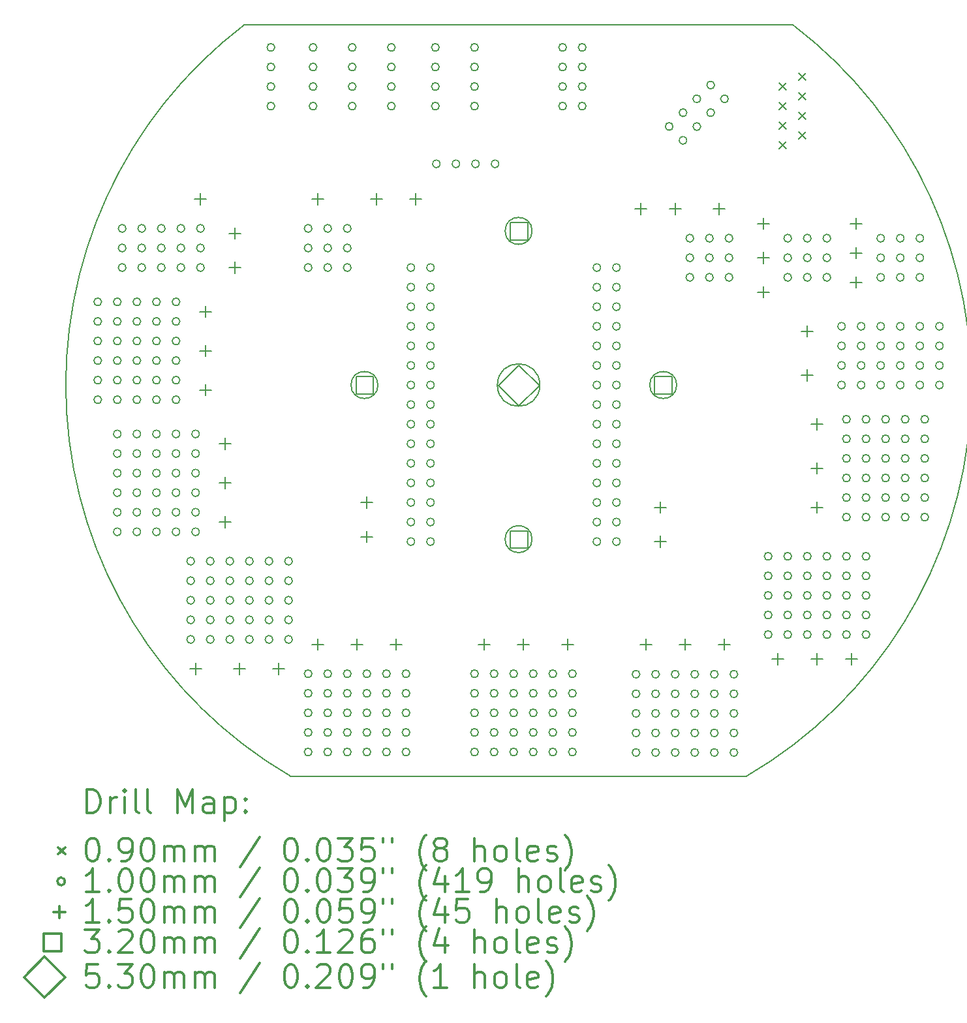
<source format=gbr>
%FSLAX45Y45*%
G04 Gerber Fmt 4.5, Leading zero omitted, Abs format (unit mm)*
G04 Created by KiCad (PCBNEW (5.1.9)-1) date 2021-04-12 23:14:29*
%MOMM*%
%LPD*%
G01*
G04 APERTURE LIST*
%TA.AperFunction,Profile*%
%ADD10C,0.200000*%
%TD*%
%ADD11C,0.200000*%
%ADD12C,0.300000*%
G04 APERTURE END LIST*
D10*
X12145000Y-9144000D02*
G75*
G03*
X12145000Y-9144000I-175000J0D01*
G01*
X14145000Y-7144000D02*
G75*
G03*
X14145000Y-7144000I-175000J0D01*
G01*
X10411911Y-4469000D02*
X17528089Y-4469000D01*
X11010270Y-14219000D02*
X16929730Y-14219000D01*
X14245000Y-9144000D02*
G75*
G03*
X14245000Y-9144000I-275000J0D01*
G01*
X14145000Y-11144000D02*
G75*
G03*
X14145000Y-11144000I-175000J0D01*
G01*
X17528089Y-4469000D02*
G75*
G02*
X16929730Y-14219000I-3558089J-4675000D01*
G01*
X16021923Y-9144000D02*
G75*
G03*
X16021923Y-9144000I-175000J0D01*
G01*
X11010270Y-14219000D02*
G75*
G02*
X10411911Y-4469000I2959730J5075000D01*
G01*
D11*
X17354000Y-5225500D02*
X17444000Y-5315500D01*
X17444000Y-5225500D02*
X17354000Y-5315500D01*
X17354000Y-5479500D02*
X17444000Y-5569500D01*
X17444000Y-5479500D02*
X17354000Y-5569500D01*
X17354000Y-5733500D02*
X17444000Y-5823500D01*
X17444000Y-5733500D02*
X17354000Y-5823500D01*
X17354000Y-5987500D02*
X17444000Y-6077500D01*
X17444000Y-5987500D02*
X17354000Y-6077500D01*
X17608000Y-5098500D02*
X17698000Y-5188500D01*
X17698000Y-5098500D02*
X17608000Y-5188500D01*
X17608000Y-5352500D02*
X17698000Y-5442500D01*
X17698000Y-5352500D02*
X17608000Y-5442500D01*
X17608000Y-5606500D02*
X17698000Y-5696500D01*
X17698000Y-5606500D02*
X17608000Y-5696500D01*
X17608000Y-5860500D02*
X17698000Y-5950500D01*
X17698000Y-5860500D02*
X17608000Y-5950500D01*
X8559000Y-8064500D02*
G75*
G03*
X8559000Y-8064500I-50000J0D01*
G01*
X8559000Y-8318500D02*
G75*
G03*
X8559000Y-8318500I-50000J0D01*
G01*
X8559000Y-8572500D02*
G75*
G03*
X8559000Y-8572500I-50000J0D01*
G01*
X8559000Y-8826500D02*
G75*
G03*
X8559000Y-8826500I-50000J0D01*
G01*
X8559000Y-9080500D02*
G75*
G03*
X8559000Y-9080500I-50000J0D01*
G01*
X8559000Y-9334500D02*
G75*
G03*
X8559000Y-9334500I-50000J0D01*
G01*
X8813000Y-8064500D02*
G75*
G03*
X8813000Y-8064500I-50000J0D01*
G01*
X8813000Y-8318500D02*
G75*
G03*
X8813000Y-8318500I-50000J0D01*
G01*
X8813000Y-8572500D02*
G75*
G03*
X8813000Y-8572500I-50000J0D01*
G01*
X8813000Y-8826500D02*
G75*
G03*
X8813000Y-8826500I-50000J0D01*
G01*
X8813000Y-9080500D02*
G75*
G03*
X8813000Y-9080500I-50000J0D01*
G01*
X8813000Y-9334500D02*
G75*
G03*
X8813000Y-9334500I-50000J0D01*
G01*
X8813000Y-9779000D02*
G75*
G03*
X8813000Y-9779000I-50000J0D01*
G01*
X8813000Y-10033000D02*
G75*
G03*
X8813000Y-10033000I-50000J0D01*
G01*
X8813000Y-10287000D02*
G75*
G03*
X8813000Y-10287000I-50000J0D01*
G01*
X8813000Y-10541000D02*
G75*
G03*
X8813000Y-10541000I-50000J0D01*
G01*
X8813000Y-10795000D02*
G75*
G03*
X8813000Y-10795000I-50000J0D01*
G01*
X8813000Y-11049000D02*
G75*
G03*
X8813000Y-11049000I-50000J0D01*
G01*
X8876500Y-7112000D02*
G75*
G03*
X8876500Y-7112000I-50000J0D01*
G01*
X8876500Y-7366000D02*
G75*
G03*
X8876500Y-7366000I-50000J0D01*
G01*
X8876500Y-7620000D02*
G75*
G03*
X8876500Y-7620000I-50000J0D01*
G01*
X9067000Y-8064500D02*
G75*
G03*
X9067000Y-8064500I-50000J0D01*
G01*
X9067000Y-8318500D02*
G75*
G03*
X9067000Y-8318500I-50000J0D01*
G01*
X9067000Y-8572500D02*
G75*
G03*
X9067000Y-8572500I-50000J0D01*
G01*
X9067000Y-8826500D02*
G75*
G03*
X9067000Y-8826500I-50000J0D01*
G01*
X9067000Y-9080500D02*
G75*
G03*
X9067000Y-9080500I-50000J0D01*
G01*
X9067000Y-9334500D02*
G75*
G03*
X9067000Y-9334500I-50000J0D01*
G01*
X9067000Y-9779000D02*
G75*
G03*
X9067000Y-9779000I-50000J0D01*
G01*
X9067000Y-10033000D02*
G75*
G03*
X9067000Y-10033000I-50000J0D01*
G01*
X9067000Y-10287000D02*
G75*
G03*
X9067000Y-10287000I-50000J0D01*
G01*
X9067000Y-10541000D02*
G75*
G03*
X9067000Y-10541000I-50000J0D01*
G01*
X9067000Y-10795000D02*
G75*
G03*
X9067000Y-10795000I-50000J0D01*
G01*
X9067000Y-11049000D02*
G75*
G03*
X9067000Y-11049000I-50000J0D01*
G01*
X9130500Y-7112000D02*
G75*
G03*
X9130500Y-7112000I-50000J0D01*
G01*
X9130500Y-7366000D02*
G75*
G03*
X9130500Y-7366000I-50000J0D01*
G01*
X9130500Y-7620000D02*
G75*
G03*
X9130500Y-7620000I-50000J0D01*
G01*
X9321000Y-8064500D02*
G75*
G03*
X9321000Y-8064500I-50000J0D01*
G01*
X9321000Y-8318500D02*
G75*
G03*
X9321000Y-8318500I-50000J0D01*
G01*
X9321000Y-8572500D02*
G75*
G03*
X9321000Y-8572500I-50000J0D01*
G01*
X9321000Y-8826500D02*
G75*
G03*
X9321000Y-8826500I-50000J0D01*
G01*
X9321000Y-9080500D02*
G75*
G03*
X9321000Y-9080500I-50000J0D01*
G01*
X9321000Y-9334500D02*
G75*
G03*
X9321000Y-9334500I-50000J0D01*
G01*
X9321000Y-9779000D02*
G75*
G03*
X9321000Y-9779000I-50000J0D01*
G01*
X9321000Y-10033000D02*
G75*
G03*
X9321000Y-10033000I-50000J0D01*
G01*
X9321000Y-10287000D02*
G75*
G03*
X9321000Y-10287000I-50000J0D01*
G01*
X9321000Y-10541000D02*
G75*
G03*
X9321000Y-10541000I-50000J0D01*
G01*
X9321000Y-10795000D02*
G75*
G03*
X9321000Y-10795000I-50000J0D01*
G01*
X9321000Y-11049000D02*
G75*
G03*
X9321000Y-11049000I-50000J0D01*
G01*
X9384500Y-7112000D02*
G75*
G03*
X9384500Y-7112000I-50000J0D01*
G01*
X9384500Y-7366000D02*
G75*
G03*
X9384500Y-7366000I-50000J0D01*
G01*
X9384500Y-7620000D02*
G75*
G03*
X9384500Y-7620000I-50000J0D01*
G01*
X9575000Y-8064500D02*
G75*
G03*
X9575000Y-8064500I-50000J0D01*
G01*
X9575000Y-8318500D02*
G75*
G03*
X9575000Y-8318500I-50000J0D01*
G01*
X9575000Y-8572500D02*
G75*
G03*
X9575000Y-8572500I-50000J0D01*
G01*
X9575000Y-8826500D02*
G75*
G03*
X9575000Y-8826500I-50000J0D01*
G01*
X9575000Y-9080500D02*
G75*
G03*
X9575000Y-9080500I-50000J0D01*
G01*
X9575000Y-9334500D02*
G75*
G03*
X9575000Y-9334500I-50000J0D01*
G01*
X9575000Y-9779000D02*
G75*
G03*
X9575000Y-9779000I-50000J0D01*
G01*
X9575000Y-10033000D02*
G75*
G03*
X9575000Y-10033000I-50000J0D01*
G01*
X9575000Y-10287000D02*
G75*
G03*
X9575000Y-10287000I-50000J0D01*
G01*
X9575000Y-10541000D02*
G75*
G03*
X9575000Y-10541000I-50000J0D01*
G01*
X9575000Y-10795000D02*
G75*
G03*
X9575000Y-10795000I-50000J0D01*
G01*
X9575000Y-11049000D02*
G75*
G03*
X9575000Y-11049000I-50000J0D01*
G01*
X9638500Y-7112000D02*
G75*
G03*
X9638500Y-7112000I-50000J0D01*
G01*
X9638500Y-7366000D02*
G75*
G03*
X9638500Y-7366000I-50000J0D01*
G01*
X9638500Y-7620000D02*
G75*
G03*
X9638500Y-7620000I-50000J0D01*
G01*
X9765500Y-11430000D02*
G75*
G03*
X9765500Y-11430000I-50000J0D01*
G01*
X9765500Y-11684000D02*
G75*
G03*
X9765500Y-11684000I-50000J0D01*
G01*
X9765500Y-11938000D02*
G75*
G03*
X9765500Y-11938000I-50000J0D01*
G01*
X9765500Y-12192000D02*
G75*
G03*
X9765500Y-12192000I-50000J0D01*
G01*
X9765500Y-12446000D02*
G75*
G03*
X9765500Y-12446000I-50000J0D01*
G01*
X9829000Y-9779000D02*
G75*
G03*
X9829000Y-9779000I-50000J0D01*
G01*
X9829000Y-10033000D02*
G75*
G03*
X9829000Y-10033000I-50000J0D01*
G01*
X9829000Y-10287000D02*
G75*
G03*
X9829000Y-10287000I-50000J0D01*
G01*
X9829000Y-10541000D02*
G75*
G03*
X9829000Y-10541000I-50000J0D01*
G01*
X9829000Y-10795000D02*
G75*
G03*
X9829000Y-10795000I-50000J0D01*
G01*
X9829000Y-11049000D02*
G75*
G03*
X9829000Y-11049000I-50000J0D01*
G01*
X9892500Y-7112000D02*
G75*
G03*
X9892500Y-7112000I-50000J0D01*
G01*
X9892500Y-7366000D02*
G75*
G03*
X9892500Y-7366000I-50000J0D01*
G01*
X9892500Y-7620000D02*
G75*
G03*
X9892500Y-7620000I-50000J0D01*
G01*
X10019500Y-11430000D02*
G75*
G03*
X10019500Y-11430000I-50000J0D01*
G01*
X10019500Y-11684000D02*
G75*
G03*
X10019500Y-11684000I-50000J0D01*
G01*
X10019500Y-11938000D02*
G75*
G03*
X10019500Y-11938000I-50000J0D01*
G01*
X10019500Y-12192000D02*
G75*
G03*
X10019500Y-12192000I-50000J0D01*
G01*
X10019500Y-12446000D02*
G75*
G03*
X10019500Y-12446000I-50000J0D01*
G01*
X10273500Y-11430000D02*
G75*
G03*
X10273500Y-11430000I-50000J0D01*
G01*
X10273500Y-11684000D02*
G75*
G03*
X10273500Y-11684000I-50000J0D01*
G01*
X10273500Y-11938000D02*
G75*
G03*
X10273500Y-11938000I-50000J0D01*
G01*
X10273500Y-12192000D02*
G75*
G03*
X10273500Y-12192000I-50000J0D01*
G01*
X10273500Y-12446000D02*
G75*
G03*
X10273500Y-12446000I-50000J0D01*
G01*
X10527500Y-11430000D02*
G75*
G03*
X10527500Y-11430000I-50000J0D01*
G01*
X10527500Y-11684000D02*
G75*
G03*
X10527500Y-11684000I-50000J0D01*
G01*
X10527500Y-11938000D02*
G75*
G03*
X10527500Y-11938000I-50000J0D01*
G01*
X10527500Y-12192000D02*
G75*
G03*
X10527500Y-12192000I-50000J0D01*
G01*
X10527500Y-12446000D02*
G75*
G03*
X10527500Y-12446000I-50000J0D01*
G01*
X10781500Y-11430000D02*
G75*
G03*
X10781500Y-11430000I-50000J0D01*
G01*
X10781500Y-11684000D02*
G75*
G03*
X10781500Y-11684000I-50000J0D01*
G01*
X10781500Y-11938000D02*
G75*
G03*
X10781500Y-11938000I-50000J0D01*
G01*
X10781500Y-12192000D02*
G75*
G03*
X10781500Y-12192000I-50000J0D01*
G01*
X10781500Y-12446000D02*
G75*
G03*
X10781500Y-12446000I-50000J0D01*
G01*
X10806000Y-4762500D02*
G75*
G03*
X10806000Y-4762500I-50000J0D01*
G01*
X10806000Y-5016500D02*
G75*
G03*
X10806000Y-5016500I-50000J0D01*
G01*
X10806000Y-5270500D02*
G75*
G03*
X10806000Y-5270500I-50000J0D01*
G01*
X10806000Y-5524500D02*
G75*
G03*
X10806000Y-5524500I-50000J0D01*
G01*
X11035500Y-11430000D02*
G75*
G03*
X11035500Y-11430000I-50000J0D01*
G01*
X11035500Y-11684000D02*
G75*
G03*
X11035500Y-11684000I-50000J0D01*
G01*
X11035500Y-11938000D02*
G75*
G03*
X11035500Y-11938000I-50000J0D01*
G01*
X11035500Y-12192000D02*
G75*
G03*
X11035500Y-12192000I-50000J0D01*
G01*
X11035500Y-12446000D02*
G75*
G03*
X11035500Y-12446000I-50000J0D01*
G01*
X11289500Y-7112000D02*
G75*
G03*
X11289500Y-7112000I-50000J0D01*
G01*
X11289500Y-7366000D02*
G75*
G03*
X11289500Y-7366000I-50000J0D01*
G01*
X11289500Y-7620000D02*
G75*
G03*
X11289500Y-7620000I-50000J0D01*
G01*
X11289500Y-12890500D02*
G75*
G03*
X11289500Y-12890500I-50000J0D01*
G01*
X11289500Y-13144500D02*
G75*
G03*
X11289500Y-13144500I-50000J0D01*
G01*
X11289500Y-13398500D02*
G75*
G03*
X11289500Y-13398500I-50000J0D01*
G01*
X11289500Y-13652500D02*
G75*
G03*
X11289500Y-13652500I-50000J0D01*
G01*
X11289500Y-13906500D02*
G75*
G03*
X11289500Y-13906500I-50000J0D01*
G01*
X11353000Y-4762500D02*
G75*
G03*
X11353000Y-4762500I-50000J0D01*
G01*
X11353000Y-5016500D02*
G75*
G03*
X11353000Y-5016500I-50000J0D01*
G01*
X11353000Y-5270500D02*
G75*
G03*
X11353000Y-5270500I-50000J0D01*
G01*
X11353000Y-5524500D02*
G75*
G03*
X11353000Y-5524500I-50000J0D01*
G01*
X11543500Y-7112000D02*
G75*
G03*
X11543500Y-7112000I-50000J0D01*
G01*
X11543500Y-7366000D02*
G75*
G03*
X11543500Y-7366000I-50000J0D01*
G01*
X11543500Y-7620000D02*
G75*
G03*
X11543500Y-7620000I-50000J0D01*
G01*
X11543500Y-12890500D02*
G75*
G03*
X11543500Y-12890500I-50000J0D01*
G01*
X11543500Y-13144500D02*
G75*
G03*
X11543500Y-13144500I-50000J0D01*
G01*
X11543500Y-13398500D02*
G75*
G03*
X11543500Y-13398500I-50000J0D01*
G01*
X11543500Y-13652500D02*
G75*
G03*
X11543500Y-13652500I-50000J0D01*
G01*
X11543500Y-13906500D02*
G75*
G03*
X11543500Y-13906500I-50000J0D01*
G01*
X11797500Y-7112000D02*
G75*
G03*
X11797500Y-7112000I-50000J0D01*
G01*
X11797500Y-7366000D02*
G75*
G03*
X11797500Y-7366000I-50000J0D01*
G01*
X11797500Y-7620000D02*
G75*
G03*
X11797500Y-7620000I-50000J0D01*
G01*
X11797500Y-12890500D02*
G75*
G03*
X11797500Y-12890500I-50000J0D01*
G01*
X11797500Y-13144500D02*
G75*
G03*
X11797500Y-13144500I-50000J0D01*
G01*
X11797500Y-13398500D02*
G75*
G03*
X11797500Y-13398500I-50000J0D01*
G01*
X11797500Y-13652500D02*
G75*
G03*
X11797500Y-13652500I-50000J0D01*
G01*
X11797500Y-13906500D02*
G75*
G03*
X11797500Y-13906500I-50000J0D01*
G01*
X11861000Y-4762500D02*
G75*
G03*
X11861000Y-4762500I-50000J0D01*
G01*
X11861000Y-5016500D02*
G75*
G03*
X11861000Y-5016500I-50000J0D01*
G01*
X11861000Y-5270500D02*
G75*
G03*
X11861000Y-5270500I-50000J0D01*
G01*
X11861000Y-5524500D02*
G75*
G03*
X11861000Y-5524500I-50000J0D01*
G01*
X12051500Y-12890500D02*
G75*
G03*
X12051500Y-12890500I-50000J0D01*
G01*
X12051500Y-13144500D02*
G75*
G03*
X12051500Y-13144500I-50000J0D01*
G01*
X12051500Y-13398500D02*
G75*
G03*
X12051500Y-13398500I-50000J0D01*
G01*
X12051500Y-13652500D02*
G75*
G03*
X12051500Y-13652500I-50000J0D01*
G01*
X12051500Y-13906500D02*
G75*
G03*
X12051500Y-13906500I-50000J0D01*
G01*
X12305500Y-12890500D02*
G75*
G03*
X12305500Y-12890500I-50000J0D01*
G01*
X12305500Y-13144500D02*
G75*
G03*
X12305500Y-13144500I-50000J0D01*
G01*
X12305500Y-13398500D02*
G75*
G03*
X12305500Y-13398500I-50000J0D01*
G01*
X12305500Y-13652500D02*
G75*
G03*
X12305500Y-13652500I-50000J0D01*
G01*
X12305500Y-13906500D02*
G75*
G03*
X12305500Y-13906500I-50000J0D01*
G01*
X12369000Y-4762500D02*
G75*
G03*
X12369000Y-4762500I-50000J0D01*
G01*
X12369000Y-5016500D02*
G75*
G03*
X12369000Y-5016500I-50000J0D01*
G01*
X12369000Y-5270500D02*
G75*
G03*
X12369000Y-5270500I-50000J0D01*
G01*
X12369000Y-5524500D02*
G75*
G03*
X12369000Y-5524500I-50000J0D01*
G01*
X12559500Y-12890500D02*
G75*
G03*
X12559500Y-12890500I-50000J0D01*
G01*
X12559500Y-13144500D02*
G75*
G03*
X12559500Y-13144500I-50000J0D01*
G01*
X12559500Y-13398500D02*
G75*
G03*
X12559500Y-13398500I-50000J0D01*
G01*
X12559500Y-13652500D02*
G75*
G03*
X12559500Y-13652500I-50000J0D01*
G01*
X12559500Y-13906500D02*
G75*
G03*
X12559500Y-13906500I-50000J0D01*
G01*
X12623000Y-7620000D02*
G75*
G03*
X12623000Y-7620000I-50000J0D01*
G01*
X12623000Y-7874000D02*
G75*
G03*
X12623000Y-7874000I-50000J0D01*
G01*
X12623000Y-8128000D02*
G75*
G03*
X12623000Y-8128000I-50000J0D01*
G01*
X12623000Y-8382000D02*
G75*
G03*
X12623000Y-8382000I-50000J0D01*
G01*
X12623000Y-8636000D02*
G75*
G03*
X12623000Y-8636000I-50000J0D01*
G01*
X12623000Y-8890000D02*
G75*
G03*
X12623000Y-8890000I-50000J0D01*
G01*
X12623000Y-9144000D02*
G75*
G03*
X12623000Y-9144000I-50000J0D01*
G01*
X12623000Y-9398000D02*
G75*
G03*
X12623000Y-9398000I-50000J0D01*
G01*
X12623000Y-9652000D02*
G75*
G03*
X12623000Y-9652000I-50000J0D01*
G01*
X12623000Y-9906000D02*
G75*
G03*
X12623000Y-9906000I-50000J0D01*
G01*
X12623000Y-10160000D02*
G75*
G03*
X12623000Y-10160000I-50000J0D01*
G01*
X12623000Y-10414000D02*
G75*
G03*
X12623000Y-10414000I-50000J0D01*
G01*
X12623000Y-10668000D02*
G75*
G03*
X12623000Y-10668000I-50000J0D01*
G01*
X12623000Y-10922000D02*
G75*
G03*
X12623000Y-10922000I-50000J0D01*
G01*
X12623000Y-11176000D02*
G75*
G03*
X12623000Y-11176000I-50000J0D01*
G01*
X12877000Y-7620000D02*
G75*
G03*
X12877000Y-7620000I-50000J0D01*
G01*
X12877000Y-7874000D02*
G75*
G03*
X12877000Y-7874000I-50000J0D01*
G01*
X12877000Y-8128000D02*
G75*
G03*
X12877000Y-8128000I-50000J0D01*
G01*
X12877000Y-8382000D02*
G75*
G03*
X12877000Y-8382000I-50000J0D01*
G01*
X12877000Y-8636000D02*
G75*
G03*
X12877000Y-8636000I-50000J0D01*
G01*
X12877000Y-8890000D02*
G75*
G03*
X12877000Y-8890000I-50000J0D01*
G01*
X12877000Y-9144000D02*
G75*
G03*
X12877000Y-9144000I-50000J0D01*
G01*
X12877000Y-9398000D02*
G75*
G03*
X12877000Y-9398000I-50000J0D01*
G01*
X12877000Y-9652000D02*
G75*
G03*
X12877000Y-9652000I-50000J0D01*
G01*
X12877000Y-9906000D02*
G75*
G03*
X12877000Y-9906000I-50000J0D01*
G01*
X12877000Y-10160000D02*
G75*
G03*
X12877000Y-10160000I-50000J0D01*
G01*
X12877000Y-10414000D02*
G75*
G03*
X12877000Y-10414000I-50000J0D01*
G01*
X12877000Y-10668000D02*
G75*
G03*
X12877000Y-10668000I-50000J0D01*
G01*
X12877000Y-10922000D02*
G75*
G03*
X12877000Y-10922000I-50000J0D01*
G01*
X12877000Y-11176000D02*
G75*
G03*
X12877000Y-11176000I-50000J0D01*
G01*
X12940500Y-4762500D02*
G75*
G03*
X12940500Y-4762500I-50000J0D01*
G01*
X12940500Y-5016500D02*
G75*
G03*
X12940500Y-5016500I-50000J0D01*
G01*
X12940500Y-5270500D02*
G75*
G03*
X12940500Y-5270500I-50000J0D01*
G01*
X12940500Y-5524500D02*
G75*
G03*
X12940500Y-5524500I-50000J0D01*
G01*
X12953200Y-6273800D02*
G75*
G03*
X12953200Y-6273800I-50000J0D01*
G01*
X13207200Y-6273800D02*
G75*
G03*
X13207200Y-6273800I-50000J0D01*
G01*
X13448500Y-4762500D02*
G75*
G03*
X13448500Y-4762500I-50000J0D01*
G01*
X13448500Y-5016500D02*
G75*
G03*
X13448500Y-5016500I-50000J0D01*
G01*
X13448500Y-5270500D02*
G75*
G03*
X13448500Y-5270500I-50000J0D01*
G01*
X13448500Y-5524500D02*
G75*
G03*
X13448500Y-5524500I-50000J0D01*
G01*
X13448500Y-12890500D02*
G75*
G03*
X13448500Y-12890500I-50000J0D01*
G01*
X13448500Y-13144500D02*
G75*
G03*
X13448500Y-13144500I-50000J0D01*
G01*
X13448500Y-13398500D02*
G75*
G03*
X13448500Y-13398500I-50000J0D01*
G01*
X13448500Y-13652500D02*
G75*
G03*
X13448500Y-13652500I-50000J0D01*
G01*
X13448500Y-13906500D02*
G75*
G03*
X13448500Y-13906500I-50000J0D01*
G01*
X13461200Y-6273800D02*
G75*
G03*
X13461200Y-6273800I-50000J0D01*
G01*
X13702500Y-12890500D02*
G75*
G03*
X13702500Y-12890500I-50000J0D01*
G01*
X13702500Y-13144500D02*
G75*
G03*
X13702500Y-13144500I-50000J0D01*
G01*
X13702500Y-13398500D02*
G75*
G03*
X13702500Y-13398500I-50000J0D01*
G01*
X13702500Y-13652500D02*
G75*
G03*
X13702500Y-13652500I-50000J0D01*
G01*
X13702500Y-13906500D02*
G75*
G03*
X13702500Y-13906500I-50000J0D01*
G01*
X13715200Y-6273800D02*
G75*
G03*
X13715200Y-6273800I-50000J0D01*
G01*
X13956500Y-12890500D02*
G75*
G03*
X13956500Y-12890500I-50000J0D01*
G01*
X13956500Y-13144500D02*
G75*
G03*
X13956500Y-13144500I-50000J0D01*
G01*
X13956500Y-13398500D02*
G75*
G03*
X13956500Y-13398500I-50000J0D01*
G01*
X13956500Y-13652500D02*
G75*
G03*
X13956500Y-13652500I-50000J0D01*
G01*
X13956500Y-13906500D02*
G75*
G03*
X13956500Y-13906500I-50000J0D01*
G01*
X14210500Y-12890500D02*
G75*
G03*
X14210500Y-12890500I-50000J0D01*
G01*
X14210500Y-13144500D02*
G75*
G03*
X14210500Y-13144500I-50000J0D01*
G01*
X14210500Y-13398500D02*
G75*
G03*
X14210500Y-13398500I-50000J0D01*
G01*
X14210500Y-13652500D02*
G75*
G03*
X14210500Y-13652500I-50000J0D01*
G01*
X14210500Y-13906500D02*
G75*
G03*
X14210500Y-13906500I-50000J0D01*
G01*
X14464500Y-12890500D02*
G75*
G03*
X14464500Y-12890500I-50000J0D01*
G01*
X14464500Y-13144500D02*
G75*
G03*
X14464500Y-13144500I-50000J0D01*
G01*
X14464500Y-13398500D02*
G75*
G03*
X14464500Y-13398500I-50000J0D01*
G01*
X14464500Y-13652500D02*
G75*
G03*
X14464500Y-13652500I-50000J0D01*
G01*
X14464500Y-13906500D02*
G75*
G03*
X14464500Y-13906500I-50000J0D01*
G01*
X14591500Y-4762500D02*
G75*
G03*
X14591500Y-4762500I-50000J0D01*
G01*
X14591500Y-5016500D02*
G75*
G03*
X14591500Y-5016500I-50000J0D01*
G01*
X14591500Y-5270500D02*
G75*
G03*
X14591500Y-5270500I-50000J0D01*
G01*
X14591500Y-5524500D02*
G75*
G03*
X14591500Y-5524500I-50000J0D01*
G01*
X14718500Y-12890500D02*
G75*
G03*
X14718500Y-12890500I-50000J0D01*
G01*
X14718500Y-13144500D02*
G75*
G03*
X14718500Y-13144500I-50000J0D01*
G01*
X14718500Y-13398500D02*
G75*
G03*
X14718500Y-13398500I-50000J0D01*
G01*
X14718500Y-13652500D02*
G75*
G03*
X14718500Y-13652500I-50000J0D01*
G01*
X14718500Y-13906500D02*
G75*
G03*
X14718500Y-13906500I-50000J0D01*
G01*
X14845500Y-4762500D02*
G75*
G03*
X14845500Y-4762500I-50000J0D01*
G01*
X14845500Y-5016500D02*
G75*
G03*
X14845500Y-5016500I-50000J0D01*
G01*
X14845500Y-5270500D02*
G75*
G03*
X14845500Y-5270500I-50000J0D01*
G01*
X14845500Y-5524500D02*
G75*
G03*
X14845500Y-5524500I-50000J0D01*
G01*
X15036000Y-7620000D02*
G75*
G03*
X15036000Y-7620000I-50000J0D01*
G01*
X15036000Y-7874000D02*
G75*
G03*
X15036000Y-7874000I-50000J0D01*
G01*
X15036000Y-8128000D02*
G75*
G03*
X15036000Y-8128000I-50000J0D01*
G01*
X15036000Y-8382000D02*
G75*
G03*
X15036000Y-8382000I-50000J0D01*
G01*
X15036000Y-8636000D02*
G75*
G03*
X15036000Y-8636000I-50000J0D01*
G01*
X15036000Y-8890000D02*
G75*
G03*
X15036000Y-8890000I-50000J0D01*
G01*
X15036000Y-9144000D02*
G75*
G03*
X15036000Y-9144000I-50000J0D01*
G01*
X15036000Y-9398000D02*
G75*
G03*
X15036000Y-9398000I-50000J0D01*
G01*
X15036000Y-9652000D02*
G75*
G03*
X15036000Y-9652000I-50000J0D01*
G01*
X15036000Y-9906000D02*
G75*
G03*
X15036000Y-9906000I-50000J0D01*
G01*
X15036000Y-10160000D02*
G75*
G03*
X15036000Y-10160000I-50000J0D01*
G01*
X15036000Y-10414000D02*
G75*
G03*
X15036000Y-10414000I-50000J0D01*
G01*
X15036000Y-10668000D02*
G75*
G03*
X15036000Y-10668000I-50000J0D01*
G01*
X15036000Y-10922000D02*
G75*
G03*
X15036000Y-10922000I-50000J0D01*
G01*
X15036000Y-11176000D02*
G75*
G03*
X15036000Y-11176000I-50000J0D01*
G01*
X15290000Y-7620000D02*
G75*
G03*
X15290000Y-7620000I-50000J0D01*
G01*
X15290000Y-7874000D02*
G75*
G03*
X15290000Y-7874000I-50000J0D01*
G01*
X15290000Y-8128000D02*
G75*
G03*
X15290000Y-8128000I-50000J0D01*
G01*
X15290000Y-8382000D02*
G75*
G03*
X15290000Y-8382000I-50000J0D01*
G01*
X15290000Y-8636000D02*
G75*
G03*
X15290000Y-8636000I-50000J0D01*
G01*
X15290000Y-8890000D02*
G75*
G03*
X15290000Y-8890000I-50000J0D01*
G01*
X15290000Y-9144000D02*
G75*
G03*
X15290000Y-9144000I-50000J0D01*
G01*
X15290000Y-9398000D02*
G75*
G03*
X15290000Y-9398000I-50000J0D01*
G01*
X15290000Y-9652000D02*
G75*
G03*
X15290000Y-9652000I-50000J0D01*
G01*
X15290000Y-9906000D02*
G75*
G03*
X15290000Y-9906000I-50000J0D01*
G01*
X15290000Y-10160000D02*
G75*
G03*
X15290000Y-10160000I-50000J0D01*
G01*
X15290000Y-10414000D02*
G75*
G03*
X15290000Y-10414000I-50000J0D01*
G01*
X15290000Y-10668000D02*
G75*
G03*
X15290000Y-10668000I-50000J0D01*
G01*
X15290000Y-10922000D02*
G75*
G03*
X15290000Y-10922000I-50000J0D01*
G01*
X15290000Y-11176000D02*
G75*
G03*
X15290000Y-11176000I-50000J0D01*
G01*
X15544000Y-12897000D02*
G75*
G03*
X15544000Y-12897000I-50000J0D01*
G01*
X15544000Y-13151000D02*
G75*
G03*
X15544000Y-13151000I-50000J0D01*
G01*
X15544000Y-13405000D02*
G75*
G03*
X15544000Y-13405000I-50000J0D01*
G01*
X15544000Y-13659000D02*
G75*
G03*
X15544000Y-13659000I-50000J0D01*
G01*
X15544000Y-13913000D02*
G75*
G03*
X15544000Y-13913000I-50000J0D01*
G01*
X15798000Y-12897000D02*
G75*
G03*
X15798000Y-12897000I-50000J0D01*
G01*
X15798000Y-13151000D02*
G75*
G03*
X15798000Y-13151000I-50000J0D01*
G01*
X15798000Y-13405000D02*
G75*
G03*
X15798000Y-13405000I-50000J0D01*
G01*
X15798000Y-13659000D02*
G75*
G03*
X15798000Y-13659000I-50000J0D01*
G01*
X15798000Y-13913000D02*
G75*
G03*
X15798000Y-13913000I-50000J0D01*
G01*
X15973995Y-5789395D02*
G75*
G03*
X15973995Y-5789395I-50000J0D01*
G01*
X16052000Y-12897000D02*
G75*
G03*
X16052000Y-12897000I-50000J0D01*
G01*
X16052000Y-13151000D02*
G75*
G03*
X16052000Y-13151000I-50000J0D01*
G01*
X16052000Y-13405000D02*
G75*
G03*
X16052000Y-13405000I-50000J0D01*
G01*
X16052000Y-13659000D02*
G75*
G03*
X16052000Y-13659000I-50000J0D01*
G01*
X16052000Y-13913000D02*
G75*
G03*
X16052000Y-13913000I-50000J0D01*
G01*
X16153600Y-5609790D02*
G75*
G03*
X16153600Y-5609790I-50000J0D01*
G01*
X16153600Y-5969000D02*
G75*
G03*
X16153600Y-5969000I-50000J0D01*
G01*
X16242500Y-7239000D02*
G75*
G03*
X16242500Y-7239000I-50000J0D01*
G01*
X16242500Y-7493000D02*
G75*
G03*
X16242500Y-7493000I-50000J0D01*
G01*
X16242500Y-7747000D02*
G75*
G03*
X16242500Y-7747000I-50000J0D01*
G01*
X16306000Y-12897000D02*
G75*
G03*
X16306000Y-12897000I-50000J0D01*
G01*
X16306000Y-13151000D02*
G75*
G03*
X16306000Y-13151000I-50000J0D01*
G01*
X16306000Y-13405000D02*
G75*
G03*
X16306000Y-13405000I-50000J0D01*
G01*
X16306000Y-13659000D02*
G75*
G03*
X16306000Y-13659000I-50000J0D01*
G01*
X16306000Y-13913000D02*
G75*
G03*
X16306000Y-13913000I-50000J0D01*
G01*
X16333205Y-5430185D02*
G75*
G03*
X16333205Y-5430185I-50000J0D01*
G01*
X16333205Y-5789395D02*
G75*
G03*
X16333205Y-5789395I-50000J0D01*
G01*
X16496500Y-7239000D02*
G75*
G03*
X16496500Y-7239000I-50000J0D01*
G01*
X16496500Y-7493000D02*
G75*
G03*
X16496500Y-7493000I-50000J0D01*
G01*
X16496500Y-7747000D02*
G75*
G03*
X16496500Y-7747000I-50000J0D01*
G01*
X16512810Y-5250580D02*
G75*
G03*
X16512810Y-5250580I-50000J0D01*
G01*
X16512810Y-5609790D02*
G75*
G03*
X16512810Y-5609790I-50000J0D01*
G01*
X16560000Y-12897000D02*
G75*
G03*
X16560000Y-12897000I-50000J0D01*
G01*
X16560000Y-13151000D02*
G75*
G03*
X16560000Y-13151000I-50000J0D01*
G01*
X16560000Y-13405000D02*
G75*
G03*
X16560000Y-13405000I-50000J0D01*
G01*
X16560000Y-13659000D02*
G75*
G03*
X16560000Y-13659000I-50000J0D01*
G01*
X16560000Y-13913000D02*
G75*
G03*
X16560000Y-13913000I-50000J0D01*
G01*
X16692415Y-5430185D02*
G75*
G03*
X16692415Y-5430185I-50000J0D01*
G01*
X16750500Y-7239000D02*
G75*
G03*
X16750500Y-7239000I-50000J0D01*
G01*
X16750500Y-7493000D02*
G75*
G03*
X16750500Y-7493000I-50000J0D01*
G01*
X16750500Y-7747000D02*
G75*
G03*
X16750500Y-7747000I-50000J0D01*
G01*
X16814000Y-12897000D02*
G75*
G03*
X16814000Y-12897000I-50000J0D01*
G01*
X16814000Y-13151000D02*
G75*
G03*
X16814000Y-13151000I-50000J0D01*
G01*
X16814000Y-13405000D02*
G75*
G03*
X16814000Y-13405000I-50000J0D01*
G01*
X16814000Y-13659000D02*
G75*
G03*
X16814000Y-13659000I-50000J0D01*
G01*
X16814000Y-13913000D02*
G75*
G03*
X16814000Y-13913000I-50000J0D01*
G01*
X17258500Y-11366500D02*
G75*
G03*
X17258500Y-11366500I-50000J0D01*
G01*
X17258500Y-11620500D02*
G75*
G03*
X17258500Y-11620500I-50000J0D01*
G01*
X17258500Y-11874500D02*
G75*
G03*
X17258500Y-11874500I-50000J0D01*
G01*
X17258500Y-12128500D02*
G75*
G03*
X17258500Y-12128500I-50000J0D01*
G01*
X17258500Y-12382500D02*
G75*
G03*
X17258500Y-12382500I-50000J0D01*
G01*
X17512500Y-7239000D02*
G75*
G03*
X17512500Y-7239000I-50000J0D01*
G01*
X17512500Y-7493000D02*
G75*
G03*
X17512500Y-7493000I-50000J0D01*
G01*
X17512500Y-7747000D02*
G75*
G03*
X17512500Y-7747000I-50000J0D01*
G01*
X17512500Y-11366500D02*
G75*
G03*
X17512500Y-11366500I-50000J0D01*
G01*
X17512500Y-11620500D02*
G75*
G03*
X17512500Y-11620500I-50000J0D01*
G01*
X17512500Y-11874500D02*
G75*
G03*
X17512500Y-11874500I-50000J0D01*
G01*
X17512500Y-12128500D02*
G75*
G03*
X17512500Y-12128500I-50000J0D01*
G01*
X17512500Y-12382500D02*
G75*
G03*
X17512500Y-12382500I-50000J0D01*
G01*
X17766500Y-7239000D02*
G75*
G03*
X17766500Y-7239000I-50000J0D01*
G01*
X17766500Y-7493000D02*
G75*
G03*
X17766500Y-7493000I-50000J0D01*
G01*
X17766500Y-7747000D02*
G75*
G03*
X17766500Y-7747000I-50000J0D01*
G01*
X17766500Y-11366500D02*
G75*
G03*
X17766500Y-11366500I-50000J0D01*
G01*
X17766500Y-11620500D02*
G75*
G03*
X17766500Y-11620500I-50000J0D01*
G01*
X17766500Y-11874500D02*
G75*
G03*
X17766500Y-11874500I-50000J0D01*
G01*
X17766500Y-12128500D02*
G75*
G03*
X17766500Y-12128500I-50000J0D01*
G01*
X17766500Y-12382500D02*
G75*
G03*
X17766500Y-12382500I-50000J0D01*
G01*
X18020500Y-7239000D02*
G75*
G03*
X18020500Y-7239000I-50000J0D01*
G01*
X18020500Y-7493000D02*
G75*
G03*
X18020500Y-7493000I-50000J0D01*
G01*
X18020500Y-7747000D02*
G75*
G03*
X18020500Y-7747000I-50000J0D01*
G01*
X18020500Y-11366500D02*
G75*
G03*
X18020500Y-11366500I-50000J0D01*
G01*
X18020500Y-11620500D02*
G75*
G03*
X18020500Y-11620500I-50000J0D01*
G01*
X18020500Y-11874500D02*
G75*
G03*
X18020500Y-11874500I-50000J0D01*
G01*
X18020500Y-12128500D02*
G75*
G03*
X18020500Y-12128500I-50000J0D01*
G01*
X18020500Y-12382500D02*
G75*
G03*
X18020500Y-12382500I-50000J0D01*
G01*
X18211000Y-8382000D02*
G75*
G03*
X18211000Y-8382000I-50000J0D01*
G01*
X18211000Y-8636000D02*
G75*
G03*
X18211000Y-8636000I-50000J0D01*
G01*
X18211000Y-8890000D02*
G75*
G03*
X18211000Y-8890000I-50000J0D01*
G01*
X18211000Y-9144000D02*
G75*
G03*
X18211000Y-9144000I-50000J0D01*
G01*
X18274500Y-9588500D02*
G75*
G03*
X18274500Y-9588500I-50000J0D01*
G01*
X18274500Y-9842500D02*
G75*
G03*
X18274500Y-9842500I-50000J0D01*
G01*
X18274500Y-10096500D02*
G75*
G03*
X18274500Y-10096500I-50000J0D01*
G01*
X18274500Y-10350500D02*
G75*
G03*
X18274500Y-10350500I-50000J0D01*
G01*
X18274500Y-10604500D02*
G75*
G03*
X18274500Y-10604500I-50000J0D01*
G01*
X18274500Y-10858500D02*
G75*
G03*
X18274500Y-10858500I-50000J0D01*
G01*
X18274500Y-11366500D02*
G75*
G03*
X18274500Y-11366500I-50000J0D01*
G01*
X18274500Y-11620500D02*
G75*
G03*
X18274500Y-11620500I-50000J0D01*
G01*
X18274500Y-11874500D02*
G75*
G03*
X18274500Y-11874500I-50000J0D01*
G01*
X18274500Y-12128500D02*
G75*
G03*
X18274500Y-12128500I-50000J0D01*
G01*
X18274500Y-12382500D02*
G75*
G03*
X18274500Y-12382500I-50000J0D01*
G01*
X18465000Y-8382000D02*
G75*
G03*
X18465000Y-8382000I-50000J0D01*
G01*
X18465000Y-8636000D02*
G75*
G03*
X18465000Y-8636000I-50000J0D01*
G01*
X18465000Y-8890000D02*
G75*
G03*
X18465000Y-8890000I-50000J0D01*
G01*
X18465000Y-9144000D02*
G75*
G03*
X18465000Y-9144000I-50000J0D01*
G01*
X18528500Y-9588500D02*
G75*
G03*
X18528500Y-9588500I-50000J0D01*
G01*
X18528500Y-9842500D02*
G75*
G03*
X18528500Y-9842500I-50000J0D01*
G01*
X18528500Y-10096500D02*
G75*
G03*
X18528500Y-10096500I-50000J0D01*
G01*
X18528500Y-10350500D02*
G75*
G03*
X18528500Y-10350500I-50000J0D01*
G01*
X18528500Y-10604500D02*
G75*
G03*
X18528500Y-10604500I-50000J0D01*
G01*
X18528500Y-10858500D02*
G75*
G03*
X18528500Y-10858500I-50000J0D01*
G01*
X18528500Y-11366500D02*
G75*
G03*
X18528500Y-11366500I-50000J0D01*
G01*
X18528500Y-11620500D02*
G75*
G03*
X18528500Y-11620500I-50000J0D01*
G01*
X18528500Y-11874500D02*
G75*
G03*
X18528500Y-11874500I-50000J0D01*
G01*
X18528500Y-12128500D02*
G75*
G03*
X18528500Y-12128500I-50000J0D01*
G01*
X18528500Y-12382500D02*
G75*
G03*
X18528500Y-12382500I-50000J0D01*
G01*
X18719000Y-7239000D02*
G75*
G03*
X18719000Y-7239000I-50000J0D01*
G01*
X18719000Y-7493000D02*
G75*
G03*
X18719000Y-7493000I-50000J0D01*
G01*
X18719000Y-7747000D02*
G75*
G03*
X18719000Y-7747000I-50000J0D01*
G01*
X18719000Y-8382000D02*
G75*
G03*
X18719000Y-8382000I-50000J0D01*
G01*
X18719000Y-8636000D02*
G75*
G03*
X18719000Y-8636000I-50000J0D01*
G01*
X18719000Y-8890000D02*
G75*
G03*
X18719000Y-8890000I-50000J0D01*
G01*
X18719000Y-9144000D02*
G75*
G03*
X18719000Y-9144000I-50000J0D01*
G01*
X18782500Y-9588500D02*
G75*
G03*
X18782500Y-9588500I-50000J0D01*
G01*
X18782500Y-9842500D02*
G75*
G03*
X18782500Y-9842500I-50000J0D01*
G01*
X18782500Y-10096500D02*
G75*
G03*
X18782500Y-10096500I-50000J0D01*
G01*
X18782500Y-10350500D02*
G75*
G03*
X18782500Y-10350500I-50000J0D01*
G01*
X18782500Y-10604500D02*
G75*
G03*
X18782500Y-10604500I-50000J0D01*
G01*
X18782500Y-10858500D02*
G75*
G03*
X18782500Y-10858500I-50000J0D01*
G01*
X18973000Y-7239000D02*
G75*
G03*
X18973000Y-7239000I-50000J0D01*
G01*
X18973000Y-7493000D02*
G75*
G03*
X18973000Y-7493000I-50000J0D01*
G01*
X18973000Y-7747000D02*
G75*
G03*
X18973000Y-7747000I-50000J0D01*
G01*
X18973000Y-8382000D02*
G75*
G03*
X18973000Y-8382000I-50000J0D01*
G01*
X18973000Y-8636000D02*
G75*
G03*
X18973000Y-8636000I-50000J0D01*
G01*
X18973000Y-8890000D02*
G75*
G03*
X18973000Y-8890000I-50000J0D01*
G01*
X18973000Y-9144000D02*
G75*
G03*
X18973000Y-9144000I-50000J0D01*
G01*
X19036500Y-9588500D02*
G75*
G03*
X19036500Y-9588500I-50000J0D01*
G01*
X19036500Y-9842500D02*
G75*
G03*
X19036500Y-9842500I-50000J0D01*
G01*
X19036500Y-10096500D02*
G75*
G03*
X19036500Y-10096500I-50000J0D01*
G01*
X19036500Y-10350500D02*
G75*
G03*
X19036500Y-10350500I-50000J0D01*
G01*
X19036500Y-10604500D02*
G75*
G03*
X19036500Y-10604500I-50000J0D01*
G01*
X19036500Y-10858500D02*
G75*
G03*
X19036500Y-10858500I-50000J0D01*
G01*
X19227000Y-7239000D02*
G75*
G03*
X19227000Y-7239000I-50000J0D01*
G01*
X19227000Y-7493000D02*
G75*
G03*
X19227000Y-7493000I-50000J0D01*
G01*
X19227000Y-7747000D02*
G75*
G03*
X19227000Y-7747000I-50000J0D01*
G01*
X19227000Y-8382000D02*
G75*
G03*
X19227000Y-8382000I-50000J0D01*
G01*
X19227000Y-8636000D02*
G75*
G03*
X19227000Y-8636000I-50000J0D01*
G01*
X19227000Y-8890000D02*
G75*
G03*
X19227000Y-8890000I-50000J0D01*
G01*
X19227000Y-9144000D02*
G75*
G03*
X19227000Y-9144000I-50000J0D01*
G01*
X19290500Y-9588500D02*
G75*
G03*
X19290500Y-9588500I-50000J0D01*
G01*
X19290500Y-9842500D02*
G75*
G03*
X19290500Y-9842500I-50000J0D01*
G01*
X19290500Y-10096500D02*
G75*
G03*
X19290500Y-10096500I-50000J0D01*
G01*
X19290500Y-10350500D02*
G75*
G03*
X19290500Y-10350500I-50000J0D01*
G01*
X19290500Y-10604500D02*
G75*
G03*
X19290500Y-10604500I-50000J0D01*
G01*
X19290500Y-10858500D02*
G75*
G03*
X19290500Y-10858500I-50000J0D01*
G01*
X19481000Y-8382000D02*
G75*
G03*
X19481000Y-8382000I-50000J0D01*
G01*
X19481000Y-8636000D02*
G75*
G03*
X19481000Y-8636000I-50000J0D01*
G01*
X19481000Y-8890000D02*
G75*
G03*
X19481000Y-8890000I-50000J0D01*
G01*
X19481000Y-9144000D02*
G75*
G03*
X19481000Y-9144000I-50000J0D01*
G01*
X9779000Y-12752000D02*
X9779000Y-12902000D01*
X9704000Y-12827000D02*
X9854000Y-12827000D01*
X9842500Y-6656000D02*
X9842500Y-6806000D01*
X9767500Y-6731000D02*
X9917500Y-6731000D01*
X9906000Y-8116500D02*
X9906000Y-8266500D01*
X9831000Y-8191500D02*
X9981000Y-8191500D01*
X9906000Y-8624500D02*
X9906000Y-8774500D01*
X9831000Y-8699500D02*
X9981000Y-8699500D01*
X9906000Y-9132500D02*
X9906000Y-9282500D01*
X9831000Y-9207500D02*
X9981000Y-9207500D01*
X10160000Y-9831000D02*
X10160000Y-9981000D01*
X10085000Y-9906000D02*
X10235000Y-9906000D01*
X10160000Y-10339000D02*
X10160000Y-10489000D01*
X10085000Y-10414000D02*
X10235000Y-10414000D01*
X10160000Y-10847000D02*
X10160000Y-10997000D01*
X10085000Y-10922000D02*
X10235000Y-10922000D01*
X10287000Y-7100500D02*
X10287000Y-7250500D01*
X10212000Y-7175500D02*
X10362000Y-7175500D01*
X10287000Y-7545000D02*
X10287000Y-7695000D01*
X10212000Y-7620000D02*
X10362000Y-7620000D01*
X10350500Y-12752000D02*
X10350500Y-12902000D01*
X10275500Y-12827000D02*
X10425500Y-12827000D01*
X10858500Y-12752000D02*
X10858500Y-12902000D01*
X10783500Y-12827000D02*
X10933500Y-12827000D01*
X11366500Y-6656000D02*
X11366500Y-6806000D01*
X11291500Y-6731000D02*
X11441500Y-6731000D01*
X11366500Y-12434500D02*
X11366500Y-12584500D01*
X11291500Y-12509500D02*
X11441500Y-12509500D01*
X11874500Y-12434500D02*
X11874500Y-12584500D01*
X11799500Y-12509500D02*
X11949500Y-12509500D01*
X12001500Y-10593000D02*
X12001500Y-10743000D01*
X11926500Y-10668000D02*
X12076500Y-10668000D01*
X12001500Y-11037500D02*
X12001500Y-11187500D01*
X11926500Y-11112500D02*
X12076500Y-11112500D01*
X12128500Y-6656000D02*
X12128500Y-6806000D01*
X12053500Y-6731000D02*
X12203500Y-6731000D01*
X12382500Y-12434500D02*
X12382500Y-12584500D01*
X12307500Y-12509500D02*
X12457500Y-12509500D01*
X12636500Y-6656000D02*
X12636500Y-6806000D01*
X12561500Y-6731000D02*
X12711500Y-6731000D01*
X13525500Y-12434500D02*
X13525500Y-12584500D01*
X13450500Y-12509500D02*
X13600500Y-12509500D01*
X14033500Y-12434500D02*
X14033500Y-12584500D01*
X13958500Y-12509500D02*
X14108500Y-12509500D01*
X14605000Y-12434500D02*
X14605000Y-12584500D01*
X14530000Y-12509500D02*
X14680000Y-12509500D01*
X15557500Y-6783000D02*
X15557500Y-6933000D01*
X15482500Y-6858000D02*
X15632500Y-6858000D01*
X15621000Y-12434500D02*
X15621000Y-12584500D01*
X15546000Y-12509500D02*
X15696000Y-12509500D01*
X15811500Y-10656500D02*
X15811500Y-10806500D01*
X15736500Y-10731500D02*
X15886500Y-10731500D01*
X15811500Y-11101000D02*
X15811500Y-11251000D01*
X15736500Y-11176000D02*
X15886500Y-11176000D01*
X16002000Y-6783000D02*
X16002000Y-6933000D01*
X15927000Y-6858000D02*
X16077000Y-6858000D01*
X16129000Y-12434500D02*
X16129000Y-12584500D01*
X16054000Y-12509500D02*
X16204000Y-12509500D01*
X16573500Y-6783000D02*
X16573500Y-6933000D01*
X16498500Y-6858000D02*
X16648500Y-6858000D01*
X16637000Y-12434500D02*
X16637000Y-12584500D01*
X16562000Y-12509500D02*
X16712000Y-12509500D01*
X17145000Y-6973500D02*
X17145000Y-7123500D01*
X17070000Y-7048500D02*
X17220000Y-7048500D01*
X17145000Y-7418000D02*
X17145000Y-7568000D01*
X17070000Y-7493000D02*
X17220000Y-7493000D01*
X17145000Y-7862500D02*
X17145000Y-8012500D01*
X17070000Y-7937500D02*
X17220000Y-7937500D01*
X17335500Y-12625000D02*
X17335500Y-12775000D01*
X17260500Y-12700000D02*
X17410500Y-12700000D01*
X17716500Y-8370500D02*
X17716500Y-8520500D01*
X17641500Y-8445500D02*
X17791500Y-8445500D01*
X17716500Y-8942000D02*
X17716500Y-9092000D01*
X17641500Y-9017000D02*
X17791500Y-9017000D01*
X17843500Y-9577000D02*
X17843500Y-9727000D01*
X17768500Y-9652000D02*
X17918500Y-9652000D01*
X17843500Y-10148500D02*
X17843500Y-10298500D01*
X17768500Y-10223500D02*
X17918500Y-10223500D01*
X17843500Y-10656500D02*
X17843500Y-10806500D01*
X17768500Y-10731500D02*
X17918500Y-10731500D01*
X17843500Y-12625000D02*
X17843500Y-12775000D01*
X17768500Y-12700000D02*
X17918500Y-12700000D01*
X18288000Y-12625000D02*
X18288000Y-12775000D01*
X18213000Y-12700000D02*
X18363000Y-12700000D01*
X18351500Y-6973500D02*
X18351500Y-7123500D01*
X18276500Y-7048500D02*
X18426500Y-7048500D01*
X18351500Y-7354500D02*
X18351500Y-7504500D01*
X18276500Y-7429500D02*
X18426500Y-7429500D01*
X18351500Y-7735500D02*
X18351500Y-7885500D01*
X18276500Y-7810500D02*
X18426500Y-7810500D01*
X12088138Y-9263138D02*
X12088138Y-9036862D01*
X11861862Y-9036862D01*
X11861862Y-9263138D01*
X12088138Y-9263138D01*
X14088138Y-7263138D02*
X14088138Y-7036862D01*
X13861862Y-7036862D01*
X13861862Y-7263138D01*
X14088138Y-7263138D01*
X14088138Y-11263138D02*
X14088138Y-11036862D01*
X13861862Y-11036862D01*
X13861862Y-11263138D01*
X14088138Y-11263138D01*
X15963138Y-9263138D02*
X15963138Y-9036862D01*
X15736862Y-9036862D01*
X15736862Y-9263138D01*
X15963138Y-9263138D01*
X13975000Y-9415000D02*
X14240000Y-9150000D01*
X13975000Y-8885000D01*
X13710000Y-9150000D01*
X13975000Y-9415000D01*
D12*
X8371428Y-14694714D02*
X8371428Y-14394714D01*
X8442857Y-14394714D01*
X8485714Y-14409000D01*
X8514286Y-14437571D01*
X8528571Y-14466143D01*
X8542857Y-14523286D01*
X8542857Y-14566143D01*
X8528571Y-14623286D01*
X8514286Y-14651857D01*
X8485714Y-14680429D01*
X8442857Y-14694714D01*
X8371428Y-14694714D01*
X8671428Y-14694714D02*
X8671428Y-14494714D01*
X8671428Y-14551857D02*
X8685714Y-14523286D01*
X8700000Y-14509000D01*
X8728571Y-14494714D01*
X8757143Y-14494714D01*
X8857143Y-14694714D02*
X8857143Y-14494714D01*
X8857143Y-14394714D02*
X8842857Y-14409000D01*
X8857143Y-14423286D01*
X8871428Y-14409000D01*
X8857143Y-14394714D01*
X8857143Y-14423286D01*
X9042857Y-14694714D02*
X9014286Y-14680429D01*
X9000000Y-14651857D01*
X9000000Y-14394714D01*
X9200000Y-14694714D02*
X9171428Y-14680429D01*
X9157143Y-14651857D01*
X9157143Y-14394714D01*
X9542857Y-14694714D02*
X9542857Y-14394714D01*
X9642857Y-14609000D01*
X9742857Y-14394714D01*
X9742857Y-14694714D01*
X10014286Y-14694714D02*
X10014286Y-14537571D01*
X10000000Y-14509000D01*
X9971428Y-14494714D01*
X9914286Y-14494714D01*
X9885714Y-14509000D01*
X10014286Y-14680429D02*
X9985714Y-14694714D01*
X9914286Y-14694714D01*
X9885714Y-14680429D01*
X9871428Y-14651857D01*
X9871428Y-14623286D01*
X9885714Y-14594714D01*
X9914286Y-14580429D01*
X9985714Y-14580429D01*
X10014286Y-14566143D01*
X10157143Y-14494714D02*
X10157143Y-14794714D01*
X10157143Y-14509000D02*
X10185714Y-14494714D01*
X10242857Y-14494714D01*
X10271428Y-14509000D01*
X10285714Y-14523286D01*
X10300000Y-14551857D01*
X10300000Y-14637571D01*
X10285714Y-14666143D01*
X10271428Y-14680429D01*
X10242857Y-14694714D01*
X10185714Y-14694714D01*
X10157143Y-14680429D01*
X10428571Y-14666143D02*
X10442857Y-14680429D01*
X10428571Y-14694714D01*
X10414286Y-14680429D01*
X10428571Y-14666143D01*
X10428571Y-14694714D01*
X10428571Y-14509000D02*
X10442857Y-14523286D01*
X10428571Y-14537571D01*
X10414286Y-14523286D01*
X10428571Y-14509000D01*
X10428571Y-14537571D01*
X7995000Y-15144000D02*
X8085000Y-15234000D01*
X8085000Y-15144000D02*
X7995000Y-15234000D01*
X8428571Y-15024714D02*
X8457143Y-15024714D01*
X8485714Y-15039000D01*
X8500000Y-15053286D01*
X8514286Y-15081857D01*
X8528571Y-15139000D01*
X8528571Y-15210429D01*
X8514286Y-15267571D01*
X8500000Y-15296143D01*
X8485714Y-15310429D01*
X8457143Y-15324714D01*
X8428571Y-15324714D01*
X8400000Y-15310429D01*
X8385714Y-15296143D01*
X8371428Y-15267571D01*
X8357143Y-15210429D01*
X8357143Y-15139000D01*
X8371428Y-15081857D01*
X8385714Y-15053286D01*
X8400000Y-15039000D01*
X8428571Y-15024714D01*
X8657143Y-15296143D02*
X8671428Y-15310429D01*
X8657143Y-15324714D01*
X8642857Y-15310429D01*
X8657143Y-15296143D01*
X8657143Y-15324714D01*
X8814286Y-15324714D02*
X8871428Y-15324714D01*
X8900000Y-15310429D01*
X8914286Y-15296143D01*
X8942857Y-15253286D01*
X8957143Y-15196143D01*
X8957143Y-15081857D01*
X8942857Y-15053286D01*
X8928571Y-15039000D01*
X8900000Y-15024714D01*
X8842857Y-15024714D01*
X8814286Y-15039000D01*
X8800000Y-15053286D01*
X8785714Y-15081857D01*
X8785714Y-15153286D01*
X8800000Y-15181857D01*
X8814286Y-15196143D01*
X8842857Y-15210429D01*
X8900000Y-15210429D01*
X8928571Y-15196143D01*
X8942857Y-15181857D01*
X8957143Y-15153286D01*
X9142857Y-15024714D02*
X9171428Y-15024714D01*
X9200000Y-15039000D01*
X9214286Y-15053286D01*
X9228571Y-15081857D01*
X9242857Y-15139000D01*
X9242857Y-15210429D01*
X9228571Y-15267571D01*
X9214286Y-15296143D01*
X9200000Y-15310429D01*
X9171428Y-15324714D01*
X9142857Y-15324714D01*
X9114286Y-15310429D01*
X9100000Y-15296143D01*
X9085714Y-15267571D01*
X9071428Y-15210429D01*
X9071428Y-15139000D01*
X9085714Y-15081857D01*
X9100000Y-15053286D01*
X9114286Y-15039000D01*
X9142857Y-15024714D01*
X9371428Y-15324714D02*
X9371428Y-15124714D01*
X9371428Y-15153286D02*
X9385714Y-15139000D01*
X9414286Y-15124714D01*
X9457143Y-15124714D01*
X9485714Y-15139000D01*
X9500000Y-15167571D01*
X9500000Y-15324714D01*
X9500000Y-15167571D02*
X9514286Y-15139000D01*
X9542857Y-15124714D01*
X9585714Y-15124714D01*
X9614286Y-15139000D01*
X9628571Y-15167571D01*
X9628571Y-15324714D01*
X9771428Y-15324714D02*
X9771428Y-15124714D01*
X9771428Y-15153286D02*
X9785714Y-15139000D01*
X9814286Y-15124714D01*
X9857143Y-15124714D01*
X9885714Y-15139000D01*
X9900000Y-15167571D01*
X9900000Y-15324714D01*
X9900000Y-15167571D02*
X9914286Y-15139000D01*
X9942857Y-15124714D01*
X9985714Y-15124714D01*
X10014286Y-15139000D01*
X10028571Y-15167571D01*
X10028571Y-15324714D01*
X10614286Y-15010429D02*
X10357143Y-15396143D01*
X11000000Y-15024714D02*
X11028571Y-15024714D01*
X11057143Y-15039000D01*
X11071428Y-15053286D01*
X11085714Y-15081857D01*
X11100000Y-15139000D01*
X11100000Y-15210429D01*
X11085714Y-15267571D01*
X11071428Y-15296143D01*
X11057143Y-15310429D01*
X11028571Y-15324714D01*
X11000000Y-15324714D01*
X10971428Y-15310429D01*
X10957143Y-15296143D01*
X10942857Y-15267571D01*
X10928571Y-15210429D01*
X10928571Y-15139000D01*
X10942857Y-15081857D01*
X10957143Y-15053286D01*
X10971428Y-15039000D01*
X11000000Y-15024714D01*
X11228571Y-15296143D02*
X11242857Y-15310429D01*
X11228571Y-15324714D01*
X11214286Y-15310429D01*
X11228571Y-15296143D01*
X11228571Y-15324714D01*
X11428571Y-15024714D02*
X11457143Y-15024714D01*
X11485714Y-15039000D01*
X11500000Y-15053286D01*
X11514286Y-15081857D01*
X11528571Y-15139000D01*
X11528571Y-15210429D01*
X11514286Y-15267571D01*
X11500000Y-15296143D01*
X11485714Y-15310429D01*
X11457143Y-15324714D01*
X11428571Y-15324714D01*
X11400000Y-15310429D01*
X11385714Y-15296143D01*
X11371428Y-15267571D01*
X11357143Y-15210429D01*
X11357143Y-15139000D01*
X11371428Y-15081857D01*
X11385714Y-15053286D01*
X11400000Y-15039000D01*
X11428571Y-15024714D01*
X11628571Y-15024714D02*
X11814286Y-15024714D01*
X11714286Y-15139000D01*
X11757143Y-15139000D01*
X11785714Y-15153286D01*
X11800000Y-15167571D01*
X11814286Y-15196143D01*
X11814286Y-15267571D01*
X11800000Y-15296143D01*
X11785714Y-15310429D01*
X11757143Y-15324714D01*
X11671428Y-15324714D01*
X11642857Y-15310429D01*
X11628571Y-15296143D01*
X12085714Y-15024714D02*
X11942857Y-15024714D01*
X11928571Y-15167571D01*
X11942857Y-15153286D01*
X11971428Y-15139000D01*
X12042857Y-15139000D01*
X12071428Y-15153286D01*
X12085714Y-15167571D01*
X12100000Y-15196143D01*
X12100000Y-15267571D01*
X12085714Y-15296143D01*
X12071428Y-15310429D01*
X12042857Y-15324714D01*
X11971428Y-15324714D01*
X11942857Y-15310429D01*
X11928571Y-15296143D01*
X12214286Y-15024714D02*
X12214286Y-15081857D01*
X12328571Y-15024714D02*
X12328571Y-15081857D01*
X12771428Y-15439000D02*
X12757143Y-15424714D01*
X12728571Y-15381857D01*
X12714286Y-15353286D01*
X12700000Y-15310429D01*
X12685714Y-15239000D01*
X12685714Y-15181857D01*
X12700000Y-15110429D01*
X12714286Y-15067571D01*
X12728571Y-15039000D01*
X12757143Y-14996143D01*
X12771428Y-14981857D01*
X12928571Y-15153286D02*
X12900000Y-15139000D01*
X12885714Y-15124714D01*
X12871428Y-15096143D01*
X12871428Y-15081857D01*
X12885714Y-15053286D01*
X12900000Y-15039000D01*
X12928571Y-15024714D01*
X12985714Y-15024714D01*
X13014286Y-15039000D01*
X13028571Y-15053286D01*
X13042857Y-15081857D01*
X13042857Y-15096143D01*
X13028571Y-15124714D01*
X13014286Y-15139000D01*
X12985714Y-15153286D01*
X12928571Y-15153286D01*
X12900000Y-15167571D01*
X12885714Y-15181857D01*
X12871428Y-15210429D01*
X12871428Y-15267571D01*
X12885714Y-15296143D01*
X12900000Y-15310429D01*
X12928571Y-15324714D01*
X12985714Y-15324714D01*
X13014286Y-15310429D01*
X13028571Y-15296143D01*
X13042857Y-15267571D01*
X13042857Y-15210429D01*
X13028571Y-15181857D01*
X13014286Y-15167571D01*
X12985714Y-15153286D01*
X13400000Y-15324714D02*
X13400000Y-15024714D01*
X13528571Y-15324714D02*
X13528571Y-15167571D01*
X13514286Y-15139000D01*
X13485714Y-15124714D01*
X13442857Y-15124714D01*
X13414286Y-15139000D01*
X13400000Y-15153286D01*
X13714286Y-15324714D02*
X13685714Y-15310429D01*
X13671428Y-15296143D01*
X13657143Y-15267571D01*
X13657143Y-15181857D01*
X13671428Y-15153286D01*
X13685714Y-15139000D01*
X13714286Y-15124714D01*
X13757143Y-15124714D01*
X13785714Y-15139000D01*
X13800000Y-15153286D01*
X13814286Y-15181857D01*
X13814286Y-15267571D01*
X13800000Y-15296143D01*
X13785714Y-15310429D01*
X13757143Y-15324714D01*
X13714286Y-15324714D01*
X13985714Y-15324714D02*
X13957143Y-15310429D01*
X13942857Y-15281857D01*
X13942857Y-15024714D01*
X14214286Y-15310429D02*
X14185714Y-15324714D01*
X14128571Y-15324714D01*
X14100000Y-15310429D01*
X14085714Y-15281857D01*
X14085714Y-15167571D01*
X14100000Y-15139000D01*
X14128571Y-15124714D01*
X14185714Y-15124714D01*
X14214286Y-15139000D01*
X14228571Y-15167571D01*
X14228571Y-15196143D01*
X14085714Y-15224714D01*
X14342857Y-15310429D02*
X14371428Y-15324714D01*
X14428571Y-15324714D01*
X14457143Y-15310429D01*
X14471428Y-15281857D01*
X14471428Y-15267571D01*
X14457143Y-15239000D01*
X14428571Y-15224714D01*
X14385714Y-15224714D01*
X14357143Y-15210429D01*
X14342857Y-15181857D01*
X14342857Y-15167571D01*
X14357143Y-15139000D01*
X14385714Y-15124714D01*
X14428571Y-15124714D01*
X14457143Y-15139000D01*
X14571428Y-15439000D02*
X14585714Y-15424714D01*
X14614286Y-15381857D01*
X14628571Y-15353286D01*
X14642857Y-15310429D01*
X14657143Y-15239000D01*
X14657143Y-15181857D01*
X14642857Y-15110429D01*
X14628571Y-15067571D01*
X14614286Y-15039000D01*
X14585714Y-14996143D01*
X14571428Y-14981857D01*
X8085000Y-15585000D02*
G75*
G03*
X8085000Y-15585000I-50000J0D01*
G01*
X8528571Y-15720714D02*
X8357143Y-15720714D01*
X8442857Y-15720714D02*
X8442857Y-15420714D01*
X8414286Y-15463571D01*
X8385714Y-15492143D01*
X8357143Y-15506429D01*
X8657143Y-15692143D02*
X8671428Y-15706429D01*
X8657143Y-15720714D01*
X8642857Y-15706429D01*
X8657143Y-15692143D01*
X8657143Y-15720714D01*
X8857143Y-15420714D02*
X8885714Y-15420714D01*
X8914286Y-15435000D01*
X8928571Y-15449286D01*
X8942857Y-15477857D01*
X8957143Y-15535000D01*
X8957143Y-15606429D01*
X8942857Y-15663571D01*
X8928571Y-15692143D01*
X8914286Y-15706429D01*
X8885714Y-15720714D01*
X8857143Y-15720714D01*
X8828571Y-15706429D01*
X8814286Y-15692143D01*
X8800000Y-15663571D01*
X8785714Y-15606429D01*
X8785714Y-15535000D01*
X8800000Y-15477857D01*
X8814286Y-15449286D01*
X8828571Y-15435000D01*
X8857143Y-15420714D01*
X9142857Y-15420714D02*
X9171428Y-15420714D01*
X9200000Y-15435000D01*
X9214286Y-15449286D01*
X9228571Y-15477857D01*
X9242857Y-15535000D01*
X9242857Y-15606429D01*
X9228571Y-15663571D01*
X9214286Y-15692143D01*
X9200000Y-15706429D01*
X9171428Y-15720714D01*
X9142857Y-15720714D01*
X9114286Y-15706429D01*
X9100000Y-15692143D01*
X9085714Y-15663571D01*
X9071428Y-15606429D01*
X9071428Y-15535000D01*
X9085714Y-15477857D01*
X9100000Y-15449286D01*
X9114286Y-15435000D01*
X9142857Y-15420714D01*
X9371428Y-15720714D02*
X9371428Y-15520714D01*
X9371428Y-15549286D02*
X9385714Y-15535000D01*
X9414286Y-15520714D01*
X9457143Y-15520714D01*
X9485714Y-15535000D01*
X9500000Y-15563571D01*
X9500000Y-15720714D01*
X9500000Y-15563571D02*
X9514286Y-15535000D01*
X9542857Y-15520714D01*
X9585714Y-15520714D01*
X9614286Y-15535000D01*
X9628571Y-15563571D01*
X9628571Y-15720714D01*
X9771428Y-15720714D02*
X9771428Y-15520714D01*
X9771428Y-15549286D02*
X9785714Y-15535000D01*
X9814286Y-15520714D01*
X9857143Y-15520714D01*
X9885714Y-15535000D01*
X9900000Y-15563571D01*
X9900000Y-15720714D01*
X9900000Y-15563571D02*
X9914286Y-15535000D01*
X9942857Y-15520714D01*
X9985714Y-15520714D01*
X10014286Y-15535000D01*
X10028571Y-15563571D01*
X10028571Y-15720714D01*
X10614286Y-15406429D02*
X10357143Y-15792143D01*
X11000000Y-15420714D02*
X11028571Y-15420714D01*
X11057143Y-15435000D01*
X11071428Y-15449286D01*
X11085714Y-15477857D01*
X11100000Y-15535000D01*
X11100000Y-15606429D01*
X11085714Y-15663571D01*
X11071428Y-15692143D01*
X11057143Y-15706429D01*
X11028571Y-15720714D01*
X11000000Y-15720714D01*
X10971428Y-15706429D01*
X10957143Y-15692143D01*
X10942857Y-15663571D01*
X10928571Y-15606429D01*
X10928571Y-15535000D01*
X10942857Y-15477857D01*
X10957143Y-15449286D01*
X10971428Y-15435000D01*
X11000000Y-15420714D01*
X11228571Y-15692143D02*
X11242857Y-15706429D01*
X11228571Y-15720714D01*
X11214286Y-15706429D01*
X11228571Y-15692143D01*
X11228571Y-15720714D01*
X11428571Y-15420714D02*
X11457143Y-15420714D01*
X11485714Y-15435000D01*
X11500000Y-15449286D01*
X11514286Y-15477857D01*
X11528571Y-15535000D01*
X11528571Y-15606429D01*
X11514286Y-15663571D01*
X11500000Y-15692143D01*
X11485714Y-15706429D01*
X11457143Y-15720714D01*
X11428571Y-15720714D01*
X11400000Y-15706429D01*
X11385714Y-15692143D01*
X11371428Y-15663571D01*
X11357143Y-15606429D01*
X11357143Y-15535000D01*
X11371428Y-15477857D01*
X11385714Y-15449286D01*
X11400000Y-15435000D01*
X11428571Y-15420714D01*
X11628571Y-15420714D02*
X11814286Y-15420714D01*
X11714286Y-15535000D01*
X11757143Y-15535000D01*
X11785714Y-15549286D01*
X11800000Y-15563571D01*
X11814286Y-15592143D01*
X11814286Y-15663571D01*
X11800000Y-15692143D01*
X11785714Y-15706429D01*
X11757143Y-15720714D01*
X11671428Y-15720714D01*
X11642857Y-15706429D01*
X11628571Y-15692143D01*
X11957143Y-15720714D02*
X12014286Y-15720714D01*
X12042857Y-15706429D01*
X12057143Y-15692143D01*
X12085714Y-15649286D01*
X12100000Y-15592143D01*
X12100000Y-15477857D01*
X12085714Y-15449286D01*
X12071428Y-15435000D01*
X12042857Y-15420714D01*
X11985714Y-15420714D01*
X11957143Y-15435000D01*
X11942857Y-15449286D01*
X11928571Y-15477857D01*
X11928571Y-15549286D01*
X11942857Y-15577857D01*
X11957143Y-15592143D01*
X11985714Y-15606429D01*
X12042857Y-15606429D01*
X12071428Y-15592143D01*
X12085714Y-15577857D01*
X12100000Y-15549286D01*
X12214286Y-15420714D02*
X12214286Y-15477857D01*
X12328571Y-15420714D02*
X12328571Y-15477857D01*
X12771428Y-15835000D02*
X12757143Y-15820714D01*
X12728571Y-15777857D01*
X12714286Y-15749286D01*
X12700000Y-15706429D01*
X12685714Y-15635000D01*
X12685714Y-15577857D01*
X12700000Y-15506429D01*
X12714286Y-15463571D01*
X12728571Y-15435000D01*
X12757143Y-15392143D01*
X12771428Y-15377857D01*
X13014286Y-15520714D02*
X13014286Y-15720714D01*
X12942857Y-15406429D02*
X12871428Y-15620714D01*
X13057143Y-15620714D01*
X13328571Y-15720714D02*
X13157143Y-15720714D01*
X13242857Y-15720714D02*
X13242857Y-15420714D01*
X13214286Y-15463571D01*
X13185714Y-15492143D01*
X13157143Y-15506429D01*
X13471428Y-15720714D02*
X13528571Y-15720714D01*
X13557143Y-15706429D01*
X13571428Y-15692143D01*
X13600000Y-15649286D01*
X13614286Y-15592143D01*
X13614286Y-15477857D01*
X13600000Y-15449286D01*
X13585714Y-15435000D01*
X13557143Y-15420714D01*
X13500000Y-15420714D01*
X13471428Y-15435000D01*
X13457143Y-15449286D01*
X13442857Y-15477857D01*
X13442857Y-15549286D01*
X13457143Y-15577857D01*
X13471428Y-15592143D01*
X13500000Y-15606429D01*
X13557143Y-15606429D01*
X13585714Y-15592143D01*
X13600000Y-15577857D01*
X13614286Y-15549286D01*
X13971428Y-15720714D02*
X13971428Y-15420714D01*
X14100000Y-15720714D02*
X14100000Y-15563571D01*
X14085714Y-15535000D01*
X14057143Y-15520714D01*
X14014286Y-15520714D01*
X13985714Y-15535000D01*
X13971428Y-15549286D01*
X14285714Y-15720714D02*
X14257143Y-15706429D01*
X14242857Y-15692143D01*
X14228571Y-15663571D01*
X14228571Y-15577857D01*
X14242857Y-15549286D01*
X14257143Y-15535000D01*
X14285714Y-15520714D01*
X14328571Y-15520714D01*
X14357143Y-15535000D01*
X14371428Y-15549286D01*
X14385714Y-15577857D01*
X14385714Y-15663571D01*
X14371428Y-15692143D01*
X14357143Y-15706429D01*
X14328571Y-15720714D01*
X14285714Y-15720714D01*
X14557143Y-15720714D02*
X14528571Y-15706429D01*
X14514286Y-15677857D01*
X14514286Y-15420714D01*
X14785714Y-15706429D02*
X14757143Y-15720714D01*
X14700000Y-15720714D01*
X14671428Y-15706429D01*
X14657143Y-15677857D01*
X14657143Y-15563571D01*
X14671428Y-15535000D01*
X14700000Y-15520714D01*
X14757143Y-15520714D01*
X14785714Y-15535000D01*
X14800000Y-15563571D01*
X14800000Y-15592143D01*
X14657143Y-15620714D01*
X14914286Y-15706429D02*
X14942857Y-15720714D01*
X15000000Y-15720714D01*
X15028571Y-15706429D01*
X15042857Y-15677857D01*
X15042857Y-15663571D01*
X15028571Y-15635000D01*
X15000000Y-15620714D01*
X14957143Y-15620714D01*
X14928571Y-15606429D01*
X14914286Y-15577857D01*
X14914286Y-15563571D01*
X14928571Y-15535000D01*
X14957143Y-15520714D01*
X15000000Y-15520714D01*
X15028571Y-15535000D01*
X15142857Y-15835000D02*
X15157143Y-15820714D01*
X15185714Y-15777857D01*
X15200000Y-15749286D01*
X15214286Y-15706429D01*
X15228571Y-15635000D01*
X15228571Y-15577857D01*
X15214286Y-15506429D01*
X15200000Y-15463571D01*
X15185714Y-15435000D01*
X15157143Y-15392143D01*
X15142857Y-15377857D01*
X8010000Y-15906000D02*
X8010000Y-16056000D01*
X7935000Y-15981000D02*
X8085000Y-15981000D01*
X8528571Y-16116714D02*
X8357143Y-16116714D01*
X8442857Y-16116714D02*
X8442857Y-15816714D01*
X8414286Y-15859571D01*
X8385714Y-15888143D01*
X8357143Y-15902429D01*
X8657143Y-16088143D02*
X8671428Y-16102429D01*
X8657143Y-16116714D01*
X8642857Y-16102429D01*
X8657143Y-16088143D01*
X8657143Y-16116714D01*
X8942857Y-15816714D02*
X8800000Y-15816714D01*
X8785714Y-15959571D01*
X8800000Y-15945286D01*
X8828571Y-15931000D01*
X8900000Y-15931000D01*
X8928571Y-15945286D01*
X8942857Y-15959571D01*
X8957143Y-15988143D01*
X8957143Y-16059571D01*
X8942857Y-16088143D01*
X8928571Y-16102429D01*
X8900000Y-16116714D01*
X8828571Y-16116714D01*
X8800000Y-16102429D01*
X8785714Y-16088143D01*
X9142857Y-15816714D02*
X9171428Y-15816714D01*
X9200000Y-15831000D01*
X9214286Y-15845286D01*
X9228571Y-15873857D01*
X9242857Y-15931000D01*
X9242857Y-16002429D01*
X9228571Y-16059571D01*
X9214286Y-16088143D01*
X9200000Y-16102429D01*
X9171428Y-16116714D01*
X9142857Y-16116714D01*
X9114286Y-16102429D01*
X9100000Y-16088143D01*
X9085714Y-16059571D01*
X9071428Y-16002429D01*
X9071428Y-15931000D01*
X9085714Y-15873857D01*
X9100000Y-15845286D01*
X9114286Y-15831000D01*
X9142857Y-15816714D01*
X9371428Y-16116714D02*
X9371428Y-15916714D01*
X9371428Y-15945286D02*
X9385714Y-15931000D01*
X9414286Y-15916714D01*
X9457143Y-15916714D01*
X9485714Y-15931000D01*
X9500000Y-15959571D01*
X9500000Y-16116714D01*
X9500000Y-15959571D02*
X9514286Y-15931000D01*
X9542857Y-15916714D01*
X9585714Y-15916714D01*
X9614286Y-15931000D01*
X9628571Y-15959571D01*
X9628571Y-16116714D01*
X9771428Y-16116714D02*
X9771428Y-15916714D01*
X9771428Y-15945286D02*
X9785714Y-15931000D01*
X9814286Y-15916714D01*
X9857143Y-15916714D01*
X9885714Y-15931000D01*
X9900000Y-15959571D01*
X9900000Y-16116714D01*
X9900000Y-15959571D02*
X9914286Y-15931000D01*
X9942857Y-15916714D01*
X9985714Y-15916714D01*
X10014286Y-15931000D01*
X10028571Y-15959571D01*
X10028571Y-16116714D01*
X10614286Y-15802429D02*
X10357143Y-16188143D01*
X11000000Y-15816714D02*
X11028571Y-15816714D01*
X11057143Y-15831000D01*
X11071428Y-15845286D01*
X11085714Y-15873857D01*
X11100000Y-15931000D01*
X11100000Y-16002429D01*
X11085714Y-16059571D01*
X11071428Y-16088143D01*
X11057143Y-16102429D01*
X11028571Y-16116714D01*
X11000000Y-16116714D01*
X10971428Y-16102429D01*
X10957143Y-16088143D01*
X10942857Y-16059571D01*
X10928571Y-16002429D01*
X10928571Y-15931000D01*
X10942857Y-15873857D01*
X10957143Y-15845286D01*
X10971428Y-15831000D01*
X11000000Y-15816714D01*
X11228571Y-16088143D02*
X11242857Y-16102429D01*
X11228571Y-16116714D01*
X11214286Y-16102429D01*
X11228571Y-16088143D01*
X11228571Y-16116714D01*
X11428571Y-15816714D02*
X11457143Y-15816714D01*
X11485714Y-15831000D01*
X11500000Y-15845286D01*
X11514286Y-15873857D01*
X11528571Y-15931000D01*
X11528571Y-16002429D01*
X11514286Y-16059571D01*
X11500000Y-16088143D01*
X11485714Y-16102429D01*
X11457143Y-16116714D01*
X11428571Y-16116714D01*
X11400000Y-16102429D01*
X11385714Y-16088143D01*
X11371428Y-16059571D01*
X11357143Y-16002429D01*
X11357143Y-15931000D01*
X11371428Y-15873857D01*
X11385714Y-15845286D01*
X11400000Y-15831000D01*
X11428571Y-15816714D01*
X11800000Y-15816714D02*
X11657143Y-15816714D01*
X11642857Y-15959571D01*
X11657143Y-15945286D01*
X11685714Y-15931000D01*
X11757143Y-15931000D01*
X11785714Y-15945286D01*
X11800000Y-15959571D01*
X11814286Y-15988143D01*
X11814286Y-16059571D01*
X11800000Y-16088143D01*
X11785714Y-16102429D01*
X11757143Y-16116714D01*
X11685714Y-16116714D01*
X11657143Y-16102429D01*
X11642857Y-16088143D01*
X11957143Y-16116714D02*
X12014286Y-16116714D01*
X12042857Y-16102429D01*
X12057143Y-16088143D01*
X12085714Y-16045286D01*
X12100000Y-15988143D01*
X12100000Y-15873857D01*
X12085714Y-15845286D01*
X12071428Y-15831000D01*
X12042857Y-15816714D01*
X11985714Y-15816714D01*
X11957143Y-15831000D01*
X11942857Y-15845286D01*
X11928571Y-15873857D01*
X11928571Y-15945286D01*
X11942857Y-15973857D01*
X11957143Y-15988143D01*
X11985714Y-16002429D01*
X12042857Y-16002429D01*
X12071428Y-15988143D01*
X12085714Y-15973857D01*
X12100000Y-15945286D01*
X12214286Y-15816714D02*
X12214286Y-15873857D01*
X12328571Y-15816714D02*
X12328571Y-15873857D01*
X12771428Y-16231000D02*
X12757143Y-16216714D01*
X12728571Y-16173857D01*
X12714286Y-16145286D01*
X12700000Y-16102429D01*
X12685714Y-16031000D01*
X12685714Y-15973857D01*
X12700000Y-15902429D01*
X12714286Y-15859571D01*
X12728571Y-15831000D01*
X12757143Y-15788143D01*
X12771428Y-15773857D01*
X13014286Y-15916714D02*
X13014286Y-16116714D01*
X12942857Y-15802429D02*
X12871428Y-16016714D01*
X13057143Y-16016714D01*
X13314286Y-15816714D02*
X13171428Y-15816714D01*
X13157143Y-15959571D01*
X13171428Y-15945286D01*
X13200000Y-15931000D01*
X13271428Y-15931000D01*
X13300000Y-15945286D01*
X13314286Y-15959571D01*
X13328571Y-15988143D01*
X13328571Y-16059571D01*
X13314286Y-16088143D01*
X13300000Y-16102429D01*
X13271428Y-16116714D01*
X13200000Y-16116714D01*
X13171428Y-16102429D01*
X13157143Y-16088143D01*
X13685714Y-16116714D02*
X13685714Y-15816714D01*
X13814286Y-16116714D02*
X13814286Y-15959571D01*
X13800000Y-15931000D01*
X13771428Y-15916714D01*
X13728571Y-15916714D01*
X13700000Y-15931000D01*
X13685714Y-15945286D01*
X14000000Y-16116714D02*
X13971428Y-16102429D01*
X13957143Y-16088143D01*
X13942857Y-16059571D01*
X13942857Y-15973857D01*
X13957143Y-15945286D01*
X13971428Y-15931000D01*
X14000000Y-15916714D01*
X14042857Y-15916714D01*
X14071428Y-15931000D01*
X14085714Y-15945286D01*
X14100000Y-15973857D01*
X14100000Y-16059571D01*
X14085714Y-16088143D01*
X14071428Y-16102429D01*
X14042857Y-16116714D01*
X14000000Y-16116714D01*
X14271428Y-16116714D02*
X14242857Y-16102429D01*
X14228571Y-16073857D01*
X14228571Y-15816714D01*
X14500000Y-16102429D02*
X14471428Y-16116714D01*
X14414286Y-16116714D01*
X14385714Y-16102429D01*
X14371428Y-16073857D01*
X14371428Y-15959571D01*
X14385714Y-15931000D01*
X14414286Y-15916714D01*
X14471428Y-15916714D01*
X14500000Y-15931000D01*
X14514286Y-15959571D01*
X14514286Y-15988143D01*
X14371428Y-16016714D01*
X14628571Y-16102429D02*
X14657143Y-16116714D01*
X14714286Y-16116714D01*
X14742857Y-16102429D01*
X14757143Y-16073857D01*
X14757143Y-16059571D01*
X14742857Y-16031000D01*
X14714286Y-16016714D01*
X14671428Y-16016714D01*
X14642857Y-16002429D01*
X14628571Y-15973857D01*
X14628571Y-15959571D01*
X14642857Y-15931000D01*
X14671428Y-15916714D01*
X14714286Y-15916714D01*
X14742857Y-15931000D01*
X14857143Y-16231000D02*
X14871428Y-16216714D01*
X14900000Y-16173857D01*
X14914286Y-16145286D01*
X14928571Y-16102429D01*
X14942857Y-16031000D01*
X14942857Y-15973857D01*
X14928571Y-15902429D01*
X14914286Y-15859571D01*
X14900000Y-15831000D01*
X14871428Y-15788143D01*
X14857143Y-15773857D01*
X8038138Y-16490138D02*
X8038138Y-16263862D01*
X7811862Y-16263862D01*
X7811862Y-16490138D01*
X8038138Y-16490138D01*
X8342857Y-16212714D02*
X8528571Y-16212714D01*
X8428571Y-16327000D01*
X8471428Y-16327000D01*
X8500000Y-16341286D01*
X8514286Y-16355571D01*
X8528571Y-16384143D01*
X8528571Y-16455571D01*
X8514286Y-16484143D01*
X8500000Y-16498429D01*
X8471428Y-16512714D01*
X8385714Y-16512714D01*
X8357143Y-16498429D01*
X8342857Y-16484143D01*
X8657143Y-16484143D02*
X8671428Y-16498429D01*
X8657143Y-16512714D01*
X8642857Y-16498429D01*
X8657143Y-16484143D01*
X8657143Y-16512714D01*
X8785714Y-16241286D02*
X8800000Y-16227000D01*
X8828571Y-16212714D01*
X8900000Y-16212714D01*
X8928571Y-16227000D01*
X8942857Y-16241286D01*
X8957143Y-16269857D01*
X8957143Y-16298429D01*
X8942857Y-16341286D01*
X8771428Y-16512714D01*
X8957143Y-16512714D01*
X9142857Y-16212714D02*
X9171428Y-16212714D01*
X9200000Y-16227000D01*
X9214286Y-16241286D01*
X9228571Y-16269857D01*
X9242857Y-16327000D01*
X9242857Y-16398429D01*
X9228571Y-16455571D01*
X9214286Y-16484143D01*
X9200000Y-16498429D01*
X9171428Y-16512714D01*
X9142857Y-16512714D01*
X9114286Y-16498429D01*
X9100000Y-16484143D01*
X9085714Y-16455571D01*
X9071428Y-16398429D01*
X9071428Y-16327000D01*
X9085714Y-16269857D01*
X9100000Y-16241286D01*
X9114286Y-16227000D01*
X9142857Y-16212714D01*
X9371428Y-16512714D02*
X9371428Y-16312714D01*
X9371428Y-16341286D02*
X9385714Y-16327000D01*
X9414286Y-16312714D01*
X9457143Y-16312714D01*
X9485714Y-16327000D01*
X9500000Y-16355571D01*
X9500000Y-16512714D01*
X9500000Y-16355571D02*
X9514286Y-16327000D01*
X9542857Y-16312714D01*
X9585714Y-16312714D01*
X9614286Y-16327000D01*
X9628571Y-16355571D01*
X9628571Y-16512714D01*
X9771428Y-16512714D02*
X9771428Y-16312714D01*
X9771428Y-16341286D02*
X9785714Y-16327000D01*
X9814286Y-16312714D01*
X9857143Y-16312714D01*
X9885714Y-16327000D01*
X9900000Y-16355571D01*
X9900000Y-16512714D01*
X9900000Y-16355571D02*
X9914286Y-16327000D01*
X9942857Y-16312714D01*
X9985714Y-16312714D01*
X10014286Y-16327000D01*
X10028571Y-16355571D01*
X10028571Y-16512714D01*
X10614286Y-16198429D02*
X10357143Y-16584143D01*
X11000000Y-16212714D02*
X11028571Y-16212714D01*
X11057143Y-16227000D01*
X11071428Y-16241286D01*
X11085714Y-16269857D01*
X11100000Y-16327000D01*
X11100000Y-16398429D01*
X11085714Y-16455571D01*
X11071428Y-16484143D01*
X11057143Y-16498429D01*
X11028571Y-16512714D01*
X11000000Y-16512714D01*
X10971428Y-16498429D01*
X10957143Y-16484143D01*
X10942857Y-16455571D01*
X10928571Y-16398429D01*
X10928571Y-16327000D01*
X10942857Y-16269857D01*
X10957143Y-16241286D01*
X10971428Y-16227000D01*
X11000000Y-16212714D01*
X11228571Y-16484143D02*
X11242857Y-16498429D01*
X11228571Y-16512714D01*
X11214286Y-16498429D01*
X11228571Y-16484143D01*
X11228571Y-16512714D01*
X11528571Y-16512714D02*
X11357143Y-16512714D01*
X11442857Y-16512714D02*
X11442857Y-16212714D01*
X11414286Y-16255571D01*
X11385714Y-16284143D01*
X11357143Y-16298429D01*
X11642857Y-16241286D02*
X11657143Y-16227000D01*
X11685714Y-16212714D01*
X11757143Y-16212714D01*
X11785714Y-16227000D01*
X11800000Y-16241286D01*
X11814286Y-16269857D01*
X11814286Y-16298429D01*
X11800000Y-16341286D01*
X11628571Y-16512714D01*
X11814286Y-16512714D01*
X12071428Y-16212714D02*
X12014286Y-16212714D01*
X11985714Y-16227000D01*
X11971428Y-16241286D01*
X11942857Y-16284143D01*
X11928571Y-16341286D01*
X11928571Y-16455571D01*
X11942857Y-16484143D01*
X11957143Y-16498429D01*
X11985714Y-16512714D01*
X12042857Y-16512714D01*
X12071428Y-16498429D01*
X12085714Y-16484143D01*
X12100000Y-16455571D01*
X12100000Y-16384143D01*
X12085714Y-16355571D01*
X12071428Y-16341286D01*
X12042857Y-16327000D01*
X11985714Y-16327000D01*
X11957143Y-16341286D01*
X11942857Y-16355571D01*
X11928571Y-16384143D01*
X12214286Y-16212714D02*
X12214286Y-16269857D01*
X12328571Y-16212714D02*
X12328571Y-16269857D01*
X12771428Y-16627000D02*
X12757143Y-16612714D01*
X12728571Y-16569857D01*
X12714286Y-16541286D01*
X12700000Y-16498429D01*
X12685714Y-16427000D01*
X12685714Y-16369857D01*
X12700000Y-16298429D01*
X12714286Y-16255571D01*
X12728571Y-16227000D01*
X12757143Y-16184143D01*
X12771428Y-16169857D01*
X13014286Y-16312714D02*
X13014286Y-16512714D01*
X12942857Y-16198429D02*
X12871428Y-16412714D01*
X13057143Y-16412714D01*
X13400000Y-16512714D02*
X13400000Y-16212714D01*
X13528571Y-16512714D02*
X13528571Y-16355571D01*
X13514286Y-16327000D01*
X13485714Y-16312714D01*
X13442857Y-16312714D01*
X13414286Y-16327000D01*
X13400000Y-16341286D01*
X13714286Y-16512714D02*
X13685714Y-16498429D01*
X13671428Y-16484143D01*
X13657143Y-16455571D01*
X13657143Y-16369857D01*
X13671428Y-16341286D01*
X13685714Y-16327000D01*
X13714286Y-16312714D01*
X13757143Y-16312714D01*
X13785714Y-16327000D01*
X13800000Y-16341286D01*
X13814286Y-16369857D01*
X13814286Y-16455571D01*
X13800000Y-16484143D01*
X13785714Y-16498429D01*
X13757143Y-16512714D01*
X13714286Y-16512714D01*
X13985714Y-16512714D02*
X13957143Y-16498429D01*
X13942857Y-16469857D01*
X13942857Y-16212714D01*
X14214286Y-16498429D02*
X14185714Y-16512714D01*
X14128571Y-16512714D01*
X14100000Y-16498429D01*
X14085714Y-16469857D01*
X14085714Y-16355571D01*
X14100000Y-16327000D01*
X14128571Y-16312714D01*
X14185714Y-16312714D01*
X14214286Y-16327000D01*
X14228571Y-16355571D01*
X14228571Y-16384143D01*
X14085714Y-16412714D01*
X14342857Y-16498429D02*
X14371428Y-16512714D01*
X14428571Y-16512714D01*
X14457143Y-16498429D01*
X14471428Y-16469857D01*
X14471428Y-16455571D01*
X14457143Y-16427000D01*
X14428571Y-16412714D01*
X14385714Y-16412714D01*
X14357143Y-16398429D01*
X14342857Y-16369857D01*
X14342857Y-16355571D01*
X14357143Y-16327000D01*
X14385714Y-16312714D01*
X14428571Y-16312714D01*
X14457143Y-16327000D01*
X14571428Y-16627000D02*
X14585714Y-16612714D01*
X14614286Y-16569857D01*
X14628571Y-16541286D01*
X14642857Y-16498429D01*
X14657143Y-16427000D01*
X14657143Y-16369857D01*
X14642857Y-16298429D01*
X14628571Y-16255571D01*
X14614286Y-16227000D01*
X14585714Y-16184143D01*
X14571428Y-16169857D01*
X7820000Y-17092000D02*
X8085000Y-16827000D01*
X7820000Y-16562000D01*
X7555000Y-16827000D01*
X7820000Y-17092000D01*
X8514286Y-16662714D02*
X8371428Y-16662714D01*
X8357143Y-16805572D01*
X8371428Y-16791286D01*
X8400000Y-16777000D01*
X8471428Y-16777000D01*
X8500000Y-16791286D01*
X8514286Y-16805572D01*
X8528571Y-16834143D01*
X8528571Y-16905572D01*
X8514286Y-16934143D01*
X8500000Y-16948429D01*
X8471428Y-16962714D01*
X8400000Y-16962714D01*
X8371428Y-16948429D01*
X8357143Y-16934143D01*
X8657143Y-16934143D02*
X8671428Y-16948429D01*
X8657143Y-16962714D01*
X8642857Y-16948429D01*
X8657143Y-16934143D01*
X8657143Y-16962714D01*
X8771428Y-16662714D02*
X8957143Y-16662714D01*
X8857143Y-16777000D01*
X8900000Y-16777000D01*
X8928571Y-16791286D01*
X8942857Y-16805572D01*
X8957143Y-16834143D01*
X8957143Y-16905572D01*
X8942857Y-16934143D01*
X8928571Y-16948429D01*
X8900000Y-16962714D01*
X8814286Y-16962714D01*
X8785714Y-16948429D01*
X8771428Y-16934143D01*
X9142857Y-16662714D02*
X9171428Y-16662714D01*
X9200000Y-16677000D01*
X9214286Y-16691286D01*
X9228571Y-16719857D01*
X9242857Y-16777000D01*
X9242857Y-16848429D01*
X9228571Y-16905572D01*
X9214286Y-16934143D01*
X9200000Y-16948429D01*
X9171428Y-16962714D01*
X9142857Y-16962714D01*
X9114286Y-16948429D01*
X9100000Y-16934143D01*
X9085714Y-16905572D01*
X9071428Y-16848429D01*
X9071428Y-16777000D01*
X9085714Y-16719857D01*
X9100000Y-16691286D01*
X9114286Y-16677000D01*
X9142857Y-16662714D01*
X9371428Y-16962714D02*
X9371428Y-16762714D01*
X9371428Y-16791286D02*
X9385714Y-16777000D01*
X9414286Y-16762714D01*
X9457143Y-16762714D01*
X9485714Y-16777000D01*
X9500000Y-16805572D01*
X9500000Y-16962714D01*
X9500000Y-16805572D02*
X9514286Y-16777000D01*
X9542857Y-16762714D01*
X9585714Y-16762714D01*
X9614286Y-16777000D01*
X9628571Y-16805572D01*
X9628571Y-16962714D01*
X9771428Y-16962714D02*
X9771428Y-16762714D01*
X9771428Y-16791286D02*
X9785714Y-16777000D01*
X9814286Y-16762714D01*
X9857143Y-16762714D01*
X9885714Y-16777000D01*
X9900000Y-16805572D01*
X9900000Y-16962714D01*
X9900000Y-16805572D02*
X9914286Y-16777000D01*
X9942857Y-16762714D01*
X9985714Y-16762714D01*
X10014286Y-16777000D01*
X10028571Y-16805572D01*
X10028571Y-16962714D01*
X10614286Y-16648429D02*
X10357143Y-17034143D01*
X11000000Y-16662714D02*
X11028571Y-16662714D01*
X11057143Y-16677000D01*
X11071428Y-16691286D01*
X11085714Y-16719857D01*
X11100000Y-16777000D01*
X11100000Y-16848429D01*
X11085714Y-16905572D01*
X11071428Y-16934143D01*
X11057143Y-16948429D01*
X11028571Y-16962714D01*
X11000000Y-16962714D01*
X10971428Y-16948429D01*
X10957143Y-16934143D01*
X10942857Y-16905572D01*
X10928571Y-16848429D01*
X10928571Y-16777000D01*
X10942857Y-16719857D01*
X10957143Y-16691286D01*
X10971428Y-16677000D01*
X11000000Y-16662714D01*
X11228571Y-16934143D02*
X11242857Y-16948429D01*
X11228571Y-16962714D01*
X11214286Y-16948429D01*
X11228571Y-16934143D01*
X11228571Y-16962714D01*
X11357143Y-16691286D02*
X11371428Y-16677000D01*
X11400000Y-16662714D01*
X11471428Y-16662714D01*
X11500000Y-16677000D01*
X11514286Y-16691286D01*
X11528571Y-16719857D01*
X11528571Y-16748429D01*
X11514286Y-16791286D01*
X11342857Y-16962714D01*
X11528571Y-16962714D01*
X11714286Y-16662714D02*
X11742857Y-16662714D01*
X11771428Y-16677000D01*
X11785714Y-16691286D01*
X11800000Y-16719857D01*
X11814286Y-16777000D01*
X11814286Y-16848429D01*
X11800000Y-16905572D01*
X11785714Y-16934143D01*
X11771428Y-16948429D01*
X11742857Y-16962714D01*
X11714286Y-16962714D01*
X11685714Y-16948429D01*
X11671428Y-16934143D01*
X11657143Y-16905572D01*
X11642857Y-16848429D01*
X11642857Y-16777000D01*
X11657143Y-16719857D01*
X11671428Y-16691286D01*
X11685714Y-16677000D01*
X11714286Y-16662714D01*
X11957143Y-16962714D02*
X12014286Y-16962714D01*
X12042857Y-16948429D01*
X12057143Y-16934143D01*
X12085714Y-16891286D01*
X12100000Y-16834143D01*
X12100000Y-16719857D01*
X12085714Y-16691286D01*
X12071428Y-16677000D01*
X12042857Y-16662714D01*
X11985714Y-16662714D01*
X11957143Y-16677000D01*
X11942857Y-16691286D01*
X11928571Y-16719857D01*
X11928571Y-16791286D01*
X11942857Y-16819857D01*
X11957143Y-16834143D01*
X11985714Y-16848429D01*
X12042857Y-16848429D01*
X12071428Y-16834143D01*
X12085714Y-16819857D01*
X12100000Y-16791286D01*
X12214286Y-16662714D02*
X12214286Y-16719857D01*
X12328571Y-16662714D02*
X12328571Y-16719857D01*
X12771428Y-17077000D02*
X12757143Y-17062714D01*
X12728571Y-17019857D01*
X12714286Y-16991286D01*
X12700000Y-16948429D01*
X12685714Y-16877000D01*
X12685714Y-16819857D01*
X12700000Y-16748429D01*
X12714286Y-16705571D01*
X12728571Y-16677000D01*
X12757143Y-16634143D01*
X12771428Y-16619857D01*
X13042857Y-16962714D02*
X12871428Y-16962714D01*
X12957143Y-16962714D02*
X12957143Y-16662714D01*
X12928571Y-16705571D01*
X12900000Y-16734143D01*
X12871428Y-16748429D01*
X13400000Y-16962714D02*
X13400000Y-16662714D01*
X13528571Y-16962714D02*
X13528571Y-16805572D01*
X13514286Y-16777000D01*
X13485714Y-16762714D01*
X13442857Y-16762714D01*
X13414286Y-16777000D01*
X13400000Y-16791286D01*
X13714286Y-16962714D02*
X13685714Y-16948429D01*
X13671428Y-16934143D01*
X13657143Y-16905572D01*
X13657143Y-16819857D01*
X13671428Y-16791286D01*
X13685714Y-16777000D01*
X13714286Y-16762714D01*
X13757143Y-16762714D01*
X13785714Y-16777000D01*
X13800000Y-16791286D01*
X13814286Y-16819857D01*
X13814286Y-16905572D01*
X13800000Y-16934143D01*
X13785714Y-16948429D01*
X13757143Y-16962714D01*
X13714286Y-16962714D01*
X13985714Y-16962714D02*
X13957143Y-16948429D01*
X13942857Y-16919857D01*
X13942857Y-16662714D01*
X14214286Y-16948429D02*
X14185714Y-16962714D01*
X14128571Y-16962714D01*
X14100000Y-16948429D01*
X14085714Y-16919857D01*
X14085714Y-16805572D01*
X14100000Y-16777000D01*
X14128571Y-16762714D01*
X14185714Y-16762714D01*
X14214286Y-16777000D01*
X14228571Y-16805572D01*
X14228571Y-16834143D01*
X14085714Y-16862714D01*
X14328571Y-17077000D02*
X14342857Y-17062714D01*
X14371428Y-17019857D01*
X14385714Y-16991286D01*
X14400000Y-16948429D01*
X14414286Y-16877000D01*
X14414286Y-16819857D01*
X14400000Y-16748429D01*
X14385714Y-16705571D01*
X14371428Y-16677000D01*
X14342857Y-16634143D01*
X14328571Y-16619857D01*
M02*

</source>
